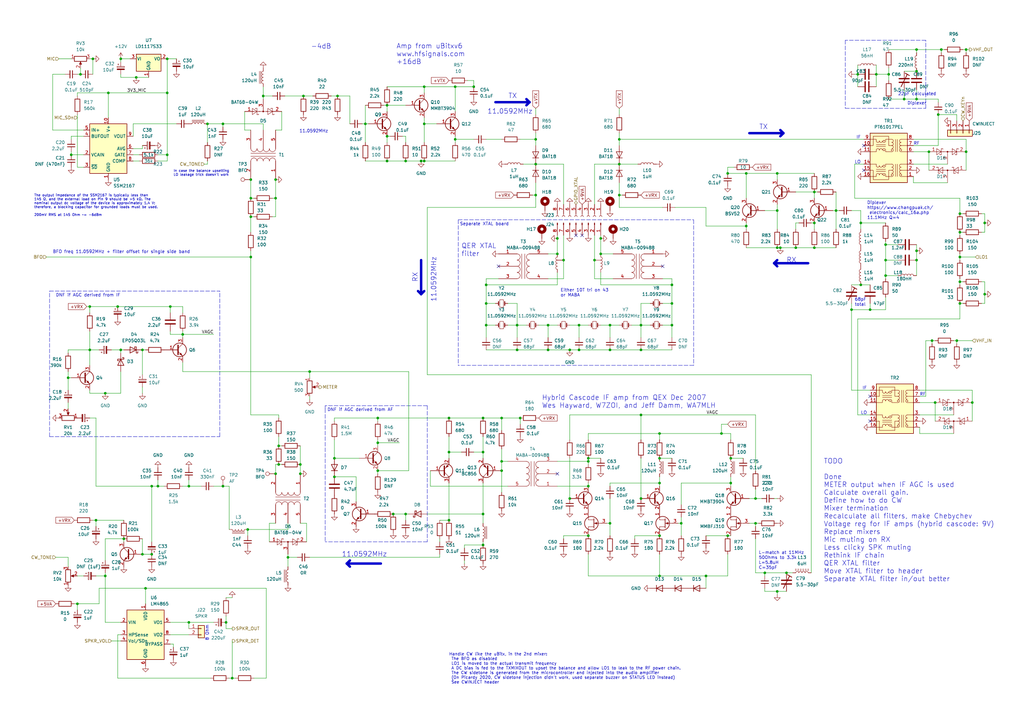
<source format=kicad_sch>
(kicad_sch (version 20211123) (generator eeschema)

  (uuid 0e592cd4-1950-44ef-9727-8e526f4c4e12)

  (paper "A3")

  (title_block
    (title "DART-70 TRX")
    (date "2023-02-02")
    (rev "0")
    (company "HB9EGM")
    (comment 1 "A 4m Band SSB/CW Transceiver")
    (comment 2 "Baseband")
  )

  

  (junction (at 68.58 24.13) (diameter 0) (color 0 0 0 0)
    (uuid 007433ed-6d80-48ba-9527-0a8470b6050a)
  )
  (junction (at 186.69 57.15) (diameter 0) (color 0 0 0 0)
    (uuid 0079a40d-5664-4eb5-a4a1-35e197c9e578)
  )
  (junction (at 172.72 66.04) (diameter 0) (color 0 0 0 0)
    (uuid 027f19f3-a3d5-4daa-a96e-c5d9a71c1df8)
  )
  (junction (at 158.75 55.88) (diameter 0) (color 0 0 0 0)
    (uuid 02d8bab6-e62a-43d8-ae0a-47eb8be52f66)
  )
  (junction (at 58.42 143.51) (diameter 0) (color 0 0 0 0)
    (uuid 059f4155-bed3-4fb2-9baa-d569f31b7e5d)
  )
  (junction (at 320.04 101.6) (diameter 0) (color 0 0 0 0)
    (uuid 076a6a07-11fa-4191-a538-035a47a6b026)
  )
  (junction (at 199.39 124.46) (diameter 0) (color 0 0 0 0)
    (uuid 08e3fbcd-b24c-43b5-a2a5-3ed606084464)
  )
  (junction (at 375.92 20.32) (diameter 0) (color 0 0 0 0)
    (uuid 0e0e432b-78ea-4677-9624-cfa175a66f05)
  )
  (junction (at 262.89 143.51) (diameter 0) (color 0 0 0 0)
    (uuid 0e565d2a-00bb-4f20-8e2e-0f824e8d2762)
  )
  (junction (at 356.87 127) (diameter 0) (color 0 0 0 0)
    (uuid 0e79f50c-6749-4775-a4f9-1113788b2e6b)
  )
  (junction (at 241.3 189.23) (diameter 0) (color 0 0 0 0)
    (uuid 0f8367d0-e4ea-40ae-8dac-4e16d60a532f)
  )
  (junction (at 298.45 71.12) (diameter 0) (color 0 0 0 0)
    (uuid 1012b60c-7995-4cf6-a029-e4cda1fc26a4)
  )
  (junction (at 39.37 213.36) (diameter 0) (color 0 0 0 0)
    (uuid 1761eacf-5516-4f80-af22-ca5c2f3d7629)
  )
  (junction (at 173.99 50.8) (diameter 0) (color 0 0 0 0)
    (uuid 17a2367e-a2ff-4b57-83ee-9ab25894ec97)
  )
  (junction (at 68.58 38.1) (diameter 0) (color 0 0 0 0)
    (uuid 18381db9-5d7f-4848-9a07-251ba865a202)
  )
  (junction (at 48.26 125.73) (diameter 0) (color 0 0 0 0)
    (uuid 1843d2c0-629c-44e7-8460-03ced60a2111)
  )
  (junction (at 334.01 101.6) (diameter 0) (color 0 0 0 0)
    (uuid 1938c685-27ac-44a9-aab4-2c6ed50b8ec7)
  )
  (junction (at 295.91 177.8) (diameter 0) (color 0 0 0 0)
    (uuid 1a164a1f-45a6-43b7-9b64-349463c23d37)
  )
  (junction (at 166.37 210.82) (diameter 0) (color 0 0 0 0)
    (uuid 1c038126-c738-4381-b698-5c33c4341ae8)
  )
  (junction (at 262.89 204.47) (diameter 0) (color 0 0 0 0)
    (uuid 1de51305-582b-4628-8092-75c3cf54eea0)
  )
  (junction (at 113.03 194.31) (diameter 0) (color 0 0 0 0)
    (uuid 1e5b8adc-bfe4-4d62-8fbb-b09ad198c5b6)
  )
  (junction (at 233.68 143.51) (diameter 0) (color 0 0 0 0)
    (uuid 210630ed-a720-499f-8ec9-3630627e1e05)
  )
  (junction (at 194.31 35.56) (diameter 0) (color 0 0 0 0)
    (uuid 222d63d3-68ff-4a04-b7c3-6efd5c4ab9e1)
  )
  (junction (at 381 62.23) (diameter 0) (color 0 0 0 0)
    (uuid 223b72c8-191b-4d26-8e73-2beb56cb0a2b)
  )
  (junction (at 298.45 219.71) (diameter 0) (color 0 0 0 0)
    (uuid 22f086a0-4e36-4832-8e1e-3bdb65f5c3f2)
  )
  (junction (at 212.09 143.51) (diameter 0) (color 0 0 0 0)
    (uuid 24fd922c-d488-4d61-b6dc-9d3e359ccc82)
  )
  (junction (at 299.72 187.96) (diameter 0) (color 0 0 0 0)
    (uuid 2583e10f-d237-4b6a-a35d-cff26f964496)
  )
  (junction (at 384.81 46.99) (diameter 0) (color 0 0 0 0)
    (uuid 2752e81c-fd78-4adc-8a3e-c2100d5bd7d7)
  )
  (junction (at 44.45 38.1) (diameter 0) (color 0 0 0 0)
    (uuid 2792ed93-89db-4e51-99ff-281323e776eb)
  )
  (junction (at 43.18 161.29) (diameter 0) (color 0 0 0 0)
    (uuid 2ac61f93-ebdb-4844-a9b1-76718596cd8a)
  )
  (junction (at 158.75 43.18) (diameter 0) (color 0 0 0 0)
    (uuid 2cd3680a-9e9d-4c97-9125-39c64a75e644)
  )
  (junction (at 270.51 198.12) (diameter 0) (color 0 0 0 0)
    (uuid 2d264e2f-7e31-4a17-86c5-13a68ab3ff7e)
  )
  (junction (at 363.22 106.68) (diameter 0) (color 0 0 0 0)
    (uuid 2fd14c3b-7e81-4330-b4b6-7d3b5d88fd5c)
  )
  (junction (at 393.7 115.57) (diameter 0) (color 0 0 0 0)
    (uuid 2fdc7923-56aa-4f0e-b559-e1b2e79c3c8f)
  )
  (junction (at 114.3 190.5) (diameter 0) (color 0 0 0 0)
    (uuid 30a877c2-a2d2-45b6-a8fa-8c4567fd5621)
  )
  (junction (at 382.27 139.7) (diameter 0) (color 0 0 0 0)
    (uuid 30dc039a-a902-4295-a2ea-7a00c6153126)
  )
  (junction (at 318.77 71.12) (diameter 0) (color 0 0 0 0)
    (uuid 315201dd-7991-408a-b65b-aa397fb29cdd)
  )
  (junction (at 38.1 24.13) (diameter 0) (color 0 0 0 0)
    (uuid 335263d3-7e35-4a9c-83c2-cd71d45f0688)
  )
  (junction (at 383.54 165.1) (diameter 0) (color 0 0 0 0)
    (uuid 3365c11b-b4a5-418d-85ee-41028926f18a)
  )
  (junction (at 351.79 30.48) (diameter 0) (color 0 0 0 0)
    (uuid 3b4c9779-bcad-4732-8142-8c3ab8d0419f)
  )
  (junction (at 173.99 35.56) (diameter 0) (color 0 0 0 0)
    (uuid 3bd6009a-f48b-4c66-92de-4d24549b4c7d)
  )
  (junction (at 161.29 210.82) (diameter 0) (color 0 0 0 0)
    (uuid 3bf0f30a-4c02-4011-9e56-5268cd9a18bc)
  )
  (junction (at 198.12 171.45) (diameter 0) (color 0 0 0 0)
    (uuid 3e9deac2-8e86-484c-b76a-a334d0715f66)
  )
  (junction (at 403.86 120.65) (diameter 0) (color 0 0 0 0)
    (uuid 3f6ba890-8616-4e68-b9d0-3d4eacc2e5c7)
  )
  (junction (at 375.92 106.68) (diameter 0) (color 0 0 0 0)
    (uuid 3fcecab3-b47b-4a8c-9fb9-b323af94bc6b)
  )
  (junction (at 173.99 66.04) (diameter 0) (color 0 0 0 0)
    (uuid 43c88063-044a-47b7-b010-f3fb76152eec)
  )
  (junction (at 375.92 102.87) (diameter 0) (color 0 0 0 0)
    (uuid 446196fa-4af3-4fe1-9348-f02489c61276)
  )
  (junction (at 199.39 133.35) (diameter 0) (color 0 0 0 0)
    (uuid 460147d8-e4b6-4910-88e9-07d1ddd6c2df)
  )
  (junction (at 219.71 57.15) (diameter 0) (color 0 0 0 0)
    (uuid 485f8372-6f58-431e-9419-bfc90ad67732)
  )
  (junction (at 364.49 30.48) (diameter 0) (color 0 0 0 0)
    (uuid 4b3ba67b-606d-4750-abb9-54a01fd7bc1a)
  )
  (junction (at 212.09 133.35) (diameter 0) (color 0 0 0 0)
    (uuid 4b982f8b-ca29-4ebf-88fc-8a50b24e0802)
  )
  (junction (at 359.41 30.48) (diameter 0) (color 0 0 0 0)
    (uuid 4bcbab50-174d-4a4b-8660-c13a99f4d953)
  )
  (junction (at 246.38 104.14) (diameter 0) (color 0 0 0 0)
    (uuid 4d4b296b-354c-4f54-8b98-a9fec52fa110)
  )
  (junction (at 375.92 29.21) (diameter 0) (color 0 0 0 0)
    (uuid 4dbafe87-53e2-4b1b-b9d1-f029995a0c51)
  )
  (junction (at 91.44 50.8) (diameter 0) (color 0 0 0 0)
    (uuid 4f100da6-d6f9-4b77-90f1-fda986c2ed73)
  )
  (junction (at 113.03 81.28) (diameter 0) (color 0 0 0 0)
    (uuid 4f661a6f-98d8-4461-9401-113364b1e3a8)
  )
  (junction (at 184.15 213.36) (diameter 0) (color 0 0 0 0)
    (uuid 510aabe6-d19e-45d2-9ee4-74f6d2e6df89)
  )
  (junction (at 393.7 87.63) (diameter 0) (color 0 0 0 0)
    (uuid 56e3e10b-0165-4e27-9816-f40b5bb7e426)
  )
  (junction (at 275.59 133.35) (diameter 0) (color 0 0 0 0)
    (uuid 5c4341e3-29f4-4014-ad6b-9b4cb50156a6)
  )
  (junction (at 246.38 97.79) (diameter 0) (color 0 0 0 0)
    (uuid 5d58706a-c013-405c-9112-847886006796)
  )
  (junction (at 262.89 133.35) (diameter 0) (color 0 0 0 0)
    (uuid 5dbda758-e74b-4ccf-ad68-495d537d68ba)
  )
  (junction (at 275.59 124.46) (diameter 0) (color 0 0 0 0)
    (uuid 5fc44bfc-3a32-42f5-89ff-303d655beeb1)
  )
  (junction (at 198.12 223.52) (diameter 0) (color 0 0 0 0)
    (uuid 611c0051-64b3-4ff6-b51a-6ea814324060)
  )
  (junction (at 69.85 125.73) (diameter 0) (color 0 0 0 0)
    (uuid 62ed984b-c070-4de1-bd86-30aeb09fb9cd)
  )
  (junction (at 326.39 101.6) (diameter 0) (color 0 0 0 0)
    (uuid 6333a58f-0905-40bf-8806-a9405483f292)
  )
  (junction (at 138.43 39.37) (diameter 0) (color 0 0 0 0)
    (uuid 67d87795-1d4f-4f21-9afa-f7da30e8b867)
  )
  (junction (at 342.9 86.36) (diameter 0) (color 0 0 0 0)
    (uuid 6bdd7ca9-a767-4e33-bf37-498b319fce63)
  )
  (junction (at 102.87 88.9) (diameter 0) (color 0 0 0 0)
    (uuid 6e61ed05-4ce2-4d6e-b300-e8935e213361)
  )
  (junction (at 62.23 227.33) (diameter 0) (color 0 0 0 0)
    (uuid 707b1436-6255-4e74-ac3c-e365f258d4c7)
  )
  (junction (at 270.51 236.22) (diameter 0) (color 0 0 0 0)
    (uuid 711716b4-cb3c-40a8-915f-7a9cd1c1a345)
  )
  (junction (at 306.07 92.71) (diameter 0) (color 0 0 0 0)
    (uuid 71548298-edf3-48ed-bda9-4f920bb3ffda)
  )
  (junction (at 334.01 91.44) (diameter 0) (color 0 0 0 0)
    (uuid 7203aae8-7ab5-4754-be1f-92fd79bf7883)
  )
  (junction (at 228.6 104.14) (diameter 0) (color 0 0 0 0)
    (uuid 7292e3c7-8290-4fad-a17c-92a17c78ac6c)
  )
  (junction (at 127 152.4) (diameter 0) (color 0 0 0 0)
    (uuid 76f10a7e-8bc4-4240-8e23-1f6453db5228)
  )
  (junction (at 254 57.15) (diameter 0) (color 0 0 0 0)
    (uuid 782fd8fa-9fb0-44b6-bdfd-23367a676327)
  )
  (junction (at 299.72 198.12) (diameter 0) (color 0 0 0 0)
    (uuid 79aa4561-3272-488a-aacc-d24a783bf3fa)
  )
  (junction (at 393.7 105.41) (diameter 0) (color 0 0 0 0)
    (uuid 88658da7-484b-4fb1-bd87-cf0fe9fbbc98)
  )
  (junction (at 318.77 86.36) (diameter 0) (color 0 0 0 0)
    (uuid 897a30bd-82ab-4191-9e1c-88c95eb420c0)
  )
  (junction (at 205.74 171.45) (diameter 0) (color 0 0 0 0)
    (uuid 89924c9d-894c-4783-bb98-91fe4fffc426)
  )
  (junction (at 363.22 100.33) (diameter 0) (color 0 0 0 0)
    (uuid 89a0992d-b4b4-4a98-9018-0c3e3ac7c4ed)
  )
  (junction (at 403.86 91.44) (diameter 0) (color 0 0 0 0)
    (uuid 8a030abd-885a-4b15-b74a-b44dc2b6c7d7)
  )
  (junction (at 334.01 78.74) (diameter 0) (color 0 0 0 0)
    (uuid 8cad30c6-cd21-4b04-8aa8-5dfd9876668a)
  )
  (junction (at 370.84 40.64) (diameter 0) (color 0 0 0 0)
    (uuid 8d45f61e-b48a-4d9a-9705-81179d1cee29)
  )
  (junction (at 92.71 255.27) (diameter 0) (color 0 0 0 0)
    (uuid 8d612602-5cc8-45dd-a943-2a29be4b9ede)
  )
  (junction (at 102.87 81.28) (diameter 0) (color 0 0 0 0)
    (uuid 8edc9989-feda-4190-96e8-8ba0ca953891)
  )
  (junction (at 43.18 236.22) (diameter 0) (color 0 0 0 0)
    (uuid 8f57152a-781e-4e8e-b36c-e81f9a864e3b)
  )
  (junction (at 49.53 24.13) (diameter 0) (color 0 0 0 0)
    (uuid 8fd35ceb-d608-4169-ae56-e892681304a9)
  )
  (junction (at 250.19 214.63) (diameter 0) (color 0 0 0 0)
    (uuid 91049a94-ccf8-463e-ab05-8a76a56be653)
  )
  (junction (at 309.88 214.63) (diameter 0) (color 0 0 0 0)
    (uuid 9134413a-edf3-40ce-9ec2-93a536746842)
  )
  (junction (at 318.77 242.57) (diameter 0) (color 0 0 0 0)
    (uuid 92b5166e-7b6a-4c31-94b5-b9d3f56f30b6)
  )
  (junction (at 205.74 189.23) (diameter 0) (color 0 0 0 0)
    (uuid 94a7e072-a853-4895-a974-0e863ac9edc2)
  )
  (junction (at 113.03 73.66) (diameter 0) (color 0 0 0 0)
    (uuid 9501ad82-8c5c-4bd6-a4e5-d738b7099508)
  )
  (junction (at 224.79 133.35) (diameter 0) (color 0 0 0 0)
    (uuid 9666bb6a-0c1d-4c92-be6d-94a465ec5c51)
  )
  (junction (at 64.77 199.39) (diameter 0) (color 0 0 0 0)
    (uuid 97e09b83-0572-4634-8ce7-0a86f1339fd8)
  )
  (junction (at 107.95 39.37) (diameter 0) (color 0 0 0 0)
    (uuid 983034d1-18ea-4dac-8753-9630cc5e0592)
  )
  (junction (at 386.08 20.32) (diameter 0) (color 0 0 0 0)
    (uuid 9873db56-1f37-4fe2-98ad-60e4c87af40c)
  )
  (junction (at 275.59 116.84) (diameter 0) (color 0 0 0 0)
    (uuid 9918dbb5-067b-4f72-a60f-e99dd790b7bf)
  )
  (junction (at 270.51 177.8) (diameter 0) (color 0 0 0 0)
    (uuid 994aaeb0-a945-4297-8f22-64b15ec2470b)
  )
  (junction (at 254 80.01) (diameter 0) (color 0 0 0 0)
    (uuid 99c68e22-79ac-4df3-82ed-69d5274feb54)
  )
  (junction (at 363.22 113.03) (diameter 0) (color 0 0 0 0)
    (uuid 9a438e91-12f1-4003-9587-51635f0ae695)
  )
  (junction (at 219.71 80.01) (diameter 0) (color 0 0 0 0)
    (uuid 9cae7022-94ae-4784-b773-30ffde5822a7)
  )
  (junction (at 102.87 73.66) (diameter 0) (color 0 0 0 0)
    (uuid 9d0f1857-3b05-4e01-b461-94289f64ce4a)
  )
  (junction (at 123.19 194.31) (diameter 0) (color 0 0 0 0)
    (uuid 9d1032f1-04b7-4a45-a406-c5f306a5a4a3)
  )
  (junction (at 154.94 193.04) (diameter 0) (color 0 0 0 0)
    (uuid a31e2cb7-a272-450b-beca-1b3c3565662d)
  )
  (junction (at 393.7 95.25) (diameter 0) (color 0 0 0 0)
    (uuid a4615cb6-40e1-4e6b-aa44-484a7357f4a4)
  )
  (junction (at 198.12 185.42) (diameter 0) (color 0 0 0 0)
    (uuid a4ec02e9-e140-4dcc-958f-47f7624526cb)
  )
  (junction (at 36.83 125.73) (diameter 0) (color 0 0 0 0)
    (uuid a65cad0c-0ef1-4ea5-a965-4eae7ac1f6af)
  )
  (junction (at 231.14 106.68) (diameter 0) (color 0 0 0 0)
    (uuid a662cdd6-a57e-4364-b8b3-c025c426c5be)
  )
  (junction (at 31.75 247.65) (diameter 0) (color 0 0 0 0)
    (uuid a69f72c8-ce0f-4293-bf44-c6832495c836)
  )
  (junction (at 77.47 199.39) (diameter 0) (color 0 0 0 0)
    (uuid a7cad282-51c3-4f24-be5e-311c2c5e959b)
  )
  (junction (at 137.16 195.58) (diameter 0) (color 0 0 0 0)
    (uuid a8675aa5-24f4-4a65-9564-259800e24a61)
  )
  (junction (at 228.6 97.79) (diameter 0) (color 0 0 0 0)
    (uuid aa537d78-628c-458e-8a08-c2dae82aca82)
  )
  (junction (at 318.77 101.6) (diameter 0) (color 0 0 0 0)
    (uuid aad5fe2f-2964-4c2f-90b5-8ec10e02fb70)
  )
  (junction (at 158.75 66.04) (diameter 0) (color 0 0 0 0)
    (uuid ab5a5163-9113-4726-bc7a-7e25f5bcb137)
  )
  (junction (at 27.94 154.94) (diameter 0) (color 0 0 0 0)
    (uuid ac0e5582-f44c-4bc2-8ae7-2c3f1115fb00)
  )
  (junction (at 33.02 30.48) (diameter 0) (color 0 0 0 0)
    (uuid ad2d033c-4040-4813-b5da-82cf827f9d86)
  )
  (junction (at 237.49 133.35) (diameter 0) (color 0 0 0 0)
    (uuid ad485fa9-ca4c-467a-b6d9-302ae2ec4eaa)
  )
  (junction (at 91.44 199.39) (diameter 0) (color 0 0 0 0)
    (uuid ae4c18cc-90ed-4d31-b27a-ee22bf49a14e)
  )
  (junction (at 237.49 143.51) (diameter 0) (color 0 0 0 0)
    (uuid aed41e50-066a-4d5d-9b35-33c86a58f817)
  )
  (junction (at 309.88 204.47) (diameter 0) (color 0 0 0 0)
    (uuid b046cbfe-7bd9-4ac8-9c60-a84b90a07076)
  )
  (junction (at 198.12 210.82) (diameter 0) (color 0 0 0 0)
    (uuid b0bd599f-5320-4de4-9844-b1248597f45d)
  )
  (junction (at 59.69 241.3) (diameter 0) (color 0 0 0 0)
    (uuid b2c93e47-1b35-4bce-b217-c95c59af9fea)
  )
  (junction (at 102.87 105.41) (diameter 0) (color 0 0 0 0)
    (uuid b2fc5a98-a9c8-4ffb-bf05-9a95788a6f6e)
  )
  (junction (at 199.39 116.84) (diameter 0) (color 0 0 0 0)
    (uuid b3ba518e-938d-434b-8f72-5ecf3fd42313)
  )
  (junction (at 154.94 181.61) (diameter 0) (color 0 0 0 0)
    (uuid b52e2ac1-1ad4-4299-a3b7-5950aeda9b09)
  )
  (junction (at 219.71 67.31) (diameter 0) (color 0 0 0 0)
    (uuid b55942a4-2e67-4c91-a2e2-17d287af1b39)
  )
  (junction (at 58.42 227.33) (diameter 0) (color 0 0 0 0)
    (uuid b67c5032-3958-4f67-8cff-2bc749aa2559)
  )
  (junction (at 68.58 63.5) (diameter 0) (color 0 0 0 0)
    (uuid b6a3e709-356a-4a55-ac00-07ba73afac37)
  )
  (junction (at 313.69 234.95) (diameter 0) (color 0 0 0 0)
    (uuid b7b0b83f-2dad-41a6-8e3b-dd0617021680)
  )
  (junction (at 233.68 204.47) (diameter 0) (color 0 0 0 0)
    (uuid bb8fc86a-138e-468d-a6f3-4d425bea2798)
  )
  (junction (at 241.3 199.39) (diameter 0) (color 0 0 0 0)
    (uuid bcb7b50e-e30b-4748-9ad3-15fd19268fd8)
  )
  (junction (at 270.51 187.96) (diameter 0) (color 0 0 0 0)
    (uuid bdd38f4a-d1f5-49ea-86a0-7074369f7406)
  )
  (junction (at 101.6 217.17) (diameter 0) (color 0 0 0 0)
    (uuid bf1cf86a-4cef-455a-b67c-093dbb9970e5)
  )
  (junction (at 95.25 278.13) (diameter 0) (color 0 0 0 0)
    (uuid bff74fb8-2e53-4140-9d30-8bb9b336dda4)
  )
  (junction (at 50.8 220.98) (diameter 0) (color 0 0 0 0)
    (uuid c07980be-125c-4459-be81-f2b8371f5ae2)
  )
  (junction (at 205.74 193.04) (diameter 0) (color 0 0 0 0)
    (uuid c41a688f-80a3-4252-bb37-134631846db3)
  )
  (junction (at 250.19 143.51) (diameter 0) (color 0 0 0 0)
    (uuid c8816f2b-d043-4f02-8988-815e5e7435ee)
  )
  (junction (at 118.11 228.6) (diameter 0) (color 0 0 0 0)
    (uuid c8c4fbfe-4e9c-445d-882a-7f1bac80adc8)
  )
  (junction (at 250.19 133.35) (diameter 0) (color 0 0 0 0)
    (uuid ca2ddb3d-eff7-4148-ac57-d5c14ba8be31)
  )
  (junction (at 55.88 31.75) (diameter 0) (color 0 0 0 0)
    (uuid ca3e4813-ee52-41fc-be54-f33d5d572e76)
  )
  (junction (at 393.7 124.46) (diameter 0) (color 0 0 0 0)
    (uuid ca5a4e59-a0d9-41f3-a4f9-8e9003dc636c)
  )
  (junction (at 241.3 187.96) (diameter 0) (color 0 0 0 0)
    (uuid cf4a7a0f-4b62-4a14-8810-1f9be9bb8bca)
  )
  (junction (at 375.92 40.64) (diameter 0) (color 0 0 0 0)
    (uuid cfd26f0b-c959-40e8-8a7e-48204bb5c64f)
  )
  (junction (at 224.79 143.51) (diameter 0) (color 0 0 0 0)
    (uuid d3e01bdf-5c14-407f-80a1-1d934fc04fab)
  )
  (junction (at 149.86 50.8) (diameter 0) (color 0 0 0 0)
    (uuid d46cfddd-ae59-45a8-a05e-501b77d91351)
  )
  (junction (at 124.46 39.37) (diameter 0) (color 0 0 0 0)
    (uuid d47b6e93-2883-4b61-9107-b49e482eb126)
  )
  (junction (at 270.51 219.71) (diameter 0) (color 0 0 0 0)
    (uuid d5fa5081-044e-4305-8f5d-d2a56bf86d29)
  )
  (junction (at 77.47 255.27) (diameter 0) (color 0 0 0 0)
    (uuid d6fda246-3399-48cd-8a06-99bbdf8c75e4)
  )
  (junction (at 241.3 219.71) (diameter 0) (color 0 0 0 0)
    (uuid d703d54e-2823-4563-98c8-59d8b8b54fec)
  )
  (junction (at 166.37 66.04) (diameter 0) (color 0 0 0 0)
    (uuid d774c163-0e71-4e59-99e8-33a6c910c00d)
  )
  (junction (at 62.23 199.39) (diameter 0) (color 0 0 0 0)
    (uuid d7d4c350-2318-4a09-b921-0a78963f6666)
  )
  (junction (at 254 67.31) (diameter 0) (color 0 0 0 0)
    (uuid d964cb21-9482-4b14-9981-964030a476a5)
  )
  (junction (at 396.24 62.23) (diameter 0) (color 0 0 0 0)
    (uuid daa9b5c5-21a2-4482-b81a-69bb9f749fb7)
  )
  (junction (at 186.69 35.56) (diameter 0) (color 0 0 0 0)
    (uuid dcdfeb28-863e-4a43-ad64-f6e45863b4d7)
  )
  (junction (at 213.36 171.45) (diameter 0) (color 0 0 0 0)
    (uuid ddaaa428-40ee-45ee-a789-6961e25a11bb)
  )
  (junction (at 392.43 139.7) (diameter 0) (color 0 0 0 0)
    (uuid de1eb50d-ef90-4d0d-a112-fc865a422b99)
  )
  (junction (at 289.56 236.22) (diameter 0) (color 0 0 0 0)
    (uuid df231e82-dc0c-49c1-a01b-d2be84591ff3)
  )
  (junction (at 322.58 234.95) (diameter 0) (color 0 0 0 0)
    (uuid e15f6002-d342-413a-a773-225c5f4cfb04)
  )
  (junction (at 396.24 20.32) (diameter 0) (color 0 0 0 0)
    (uuid e2d27bd1-d4c5-4321-a13b-160cb2d6015d)
  )
  (junction (at 49.53 143.51) (diameter 0) (color 0 0 0 0)
    (uuid e3903eeb-8b72-4b40-a088-cbbba270c01b)
  )
  (junction (at 184.15 171.45) (diameter 0) (color 0 0 0 0)
    (uuid e68e2295-e5ad-41e7-931d-7bf2c40e2981)
  )
  (junction (at 279.4 214.63) (diameter 0) (color 0 0 0 0)
    (uuid e736b041-4756-4726-980f-1b93cf00a2ad)
  )
  (junction (at 243.84 106.68) (diameter 0) (color 0 0 0 0)
    (uuid e7eee956-d2ad-4d33-9823-9759f9a8aab1)
  )
  (junction (at 74.93 137.16) (diameter 0) (color 0 0 0 0)
    (uuid e8558fbd-ea42-43a6-966a-7bd304bdfaad)
  )
  (junction (at 353.06 91.44) (diameter 0) (color 0 0 0 0)
    (uuid e8822f44-e7ca-47f3-a9bc-951244c889e7)
  )
  (junction (at 36.83 143.51) (diameter 0) (color 0 0 0 0)
    (uuid eac540a2-0555-4530-b9cb-9b037a65c0a7)
  )
  (junction (at 114.3 182.88) (diameter 0) (color 0 0 0 0)
    (uuid eb3c65f0-3082-4c13-98c1-cac8dc7eccac)
  )
  (junction (at 137.16 187.96) (diameter 0) (color 0 0 0 0)
    (uuid ecba702e-9fb5-4bd7-9b08-5197492ec54b)
  )
  (junction (at 349.25 127) (diameter 0) (color 0 0 0 0)
    (uuid ef4c798c-4721-49f1-8016-e362a6672715)
  )
  (junction (at 398.78 165.1) (diameter 0) (color 0 0 0 0)
    (uuid efac21da-3f93-4ae4-bab8-dbdec293c35e)
  )
  (junction (at 306.07 71.12) (diameter 0) (color 0 0 0 0)
    (uuid f02e930f-fe1a-4921-a9df-ee330f41d2bd)
  )
  (junction (at 154.94 171.45) (diameter 0) (color 0 0 0 0)
    (uuid f1a9e2a2-6347-4852-b335-cf8402c433a4)
  )
  (junction (at 353.06 116.84) (diameter 0) (color 0 0 0 0)
    (uuid f22dadd7-4a1b-4449-b981-cbbeced9fbc5)
  )
  (junction (at 85.09 50.8) (diameter 0) (color 0 0 0 0)
    (uuid f9362574-7797-4e6e-9765-e515232ee831)
  )
  (junction (at 184.15 185.42) (diameter 0) (color 0 0 0 0)
    (uuid fb5d1a59-18d1-49ea-b504-10e76cce8897)
  )
  (junction (at 123.19 190.5) (diameter 0) (color 0 0 0 0)
    (uuid fbe71f6a-7e5a-41f1-9e6e-b2e94d49a3bc)
  )
  (junction (at 29.21 63.5) (diameter 0) (color 0 0 0 0)
    (uuid fe2b05f5-675b-44d0-956c-c5829b7c692a)
  )
  (junction (at 262.89 170.18) (diameter 0) (color 0 0 0 0)
    (uuid fe2ce942-d4c5-4b3f-a09e-cda9276450f6)
  )

  (no_connect (at 356.87 172.72) (uuid 112718f1-f222-4c50-a4f0-a42dabd066b7))
  (no_connect (at 236.22 96.52) (uuid 2b99a1e6-5f67-436f-9ed5-38e8bfd4c142))
  (no_connect (at 354.33 69.85) (uuid 36cd8509-4b06-4001-aa2f-00b548cb4477))
  (no_connect (at 204.47 109.22) (uuid 4866aeb4-d287-46eb-8d15-c55d9c708490))
  (no_connect (at 354.33 59.69) (uuid 6226f2ac-b9bf-4733-a388-cd49aa6934ae))
  (no_connect (at 356.87 162.56) (uuid 69a2fbd1-0689-4722-b099-d7d4b3a2c805))
  (no_connect (at 271.78 109.22) (uuid 8a4c8ee9-530e-4698-8694-1dcab411e819))
  (no_connect (at 228.6 194.31) (uuid afdb3662-3196-4d9d-b0e8-7f416bb5cd4f))
  (no_connect (at 238.76 96.52) (uuid ee08a6c2-528a-478b-9089-08fe9a37ec7e))

  (wire (pts (xy 403.86 87.63) (xy 403.86 91.44))
    (stroke (width 0) (type default) (color 0 0 0 0))
    (uuid 006436ec-9ab2-4589-83be-4667e52db3bf)
  )
  (wire (pts (xy 205.74 171.45) (xy 205.74 176.53))
    (stroke (width 0) (type default) (color 0 0 0 0))
    (uuid 00c27d59-c437-4bee-9cde-cbd48a34e31b)
  )
  (wire (pts (xy 318.77 83.82) (xy 318.77 86.36))
    (stroke (width 0) (type default) (color 0 0 0 0))
    (uuid 00cf6024-5820-4cff-8981-5be2b438caf3)
  )
  (wire (pts (xy 87.63 199.39) (xy 91.44 199.39))
    (stroke (width 0) (type default) (color 0 0 0 0))
    (uuid 0113fe75-9787-49bd-865f-03242ce2a366)
  )
  (wire (pts (xy 219.71 57.15) (xy 219.71 54.61))
    (stroke (width 0) (type default) (color 0 0 0 0))
    (uuid 0125f083-fa2b-4a11-85be-7853b609b001)
  )
  (wire (pts (xy 359.41 30.48) (xy 359.41 35.56))
    (stroke (width 0) (type default) (color 0 0 0 0))
    (uuid 01c67c04-8ed4-481b-b382-ac69e0a55001)
  )
  (wire (pts (xy 68.58 66.04) (xy 64.77 66.04))
    (stroke (width 0) (type default) (color 0 0 0 0))
    (uuid 01caafb3-af8a-4642-870c-c290b286d040)
  )
  (wire (pts (xy 219.71 74.93) (xy 219.71 80.01))
    (stroke (width 0) (type default) (color 0 0 0 0))
    (uuid 01cceb30-c85f-4510-b324-8d17341fc730)
  )
  (wire (pts (xy 166.37 43.18) (xy 158.75 43.18))
    (stroke (width 0) (type default) (color 0 0 0 0))
    (uuid 01f0181c-303d-46c7-ba34-20eee1c48cd1)
  )
  (wire (pts (xy 173.99 50.8) (xy 179.07 50.8))
    (stroke (width 0) (type default) (color 0 0 0 0))
    (uuid 0222c276-ce98-44cf-9ac7-d0d00163570d)
  )
  (wire (pts (xy 190.5 231.14) (xy 190.5 229.87))
    (stroke (width 0) (type default) (color 0 0 0 0))
    (uuid 027fc545-8a42-4646-8424-467711418116)
  )
  (wire (pts (xy 114.3 170.18) (xy 114.3 171.45))
    (stroke (width 0) (type default) (color 0 0 0 0))
    (uuid 0332aa97-cadc-4e7a-b8af-ca59e255597d)
  )
  (wire (pts (xy 173.99 66.04) (xy 186.69 66.04))
    (stroke (width 0) (type default) (color 0 0 0 0))
    (uuid 035d062f-f875-4853-8ca1-a348c3967bb1)
  )
  (wire (pts (xy 113.03 214.63) (xy 110.49 214.63))
    (stroke (width 0) (type default) (color 0 0 0 0))
    (uuid 03b7756f-0559-43eb-b24d-3aefa5a15899)
  )
  (wire (pts (xy 394.97 20.32) (xy 396.24 20.32))
    (stroke (width 0) (type default) (color 0 0 0 0))
    (uuid 03ce6745-00b2-4d2b-bad7-eb9745172859)
  )
  (wire (pts (xy 166.37 210.82) (xy 161.29 210.82))
    (stroke (width 0) (type default) (color 0 0 0 0))
    (uuid 03dd13e2-d89f-47ed-8a2f-ce75e7a97ef3)
  )
  (wire (pts (xy 262.89 133.35) (xy 266.7 133.35))
    (stroke (width 0) (type default) (color 0 0 0 0))
    (uuid 042fe62b-53aa-4e86-97d0-9ccb1e16a895)
  )
  (wire (pts (xy 379.73 139.7) (xy 382.27 139.7))
    (stroke (width 0) (type default) (color 0 0 0 0))
    (uuid 0437af13-5b81-4e18-82d5-0ec28c5d895f)
  )
  (wire (pts (xy 374.65 74.93) (xy 374.65 72.39))
    (stroke (width 0) (type default) (color 0 0 0 0))
    (uuid 047a18ce-9e77-4d7d-a9ce-60b21f671177)
  )
  (wire (pts (xy 31.75 68.58) (xy 34.29 68.58))
    (stroke (width 0) (type default) (color 0 0 0 0))
    (uuid 04868f85-bc69-4fa9-8e62-d78ffe5ae58e)
  )
  (wire (pts (xy 396.24 20.32) (xy 397.51 20.32))
    (stroke (width 0) (type default) (color 0 0 0 0))
    (uuid 04ef368b-f4e9-48da-956c-ee93cb3d01e8)
  )
  (wire (pts (xy 363.22 106.68) (xy 363.22 113.03))
    (stroke (width 0) (type default) (color 0 0 0 0))
    (uuid 05ddadd4-94df-4d6a-b500-ff320675ba33)
  )
  (wire (pts (xy 241.3 227.33) (xy 241.3 236.22))
    (stroke (width 0) (type default) (color 0 0 0 0))
    (uuid 066671d9-1fdf-4a05-a7e7-cadb7d44b89f)
  )
  (wire (pts (xy 356.87 124.46) (xy 356.87 127))
    (stroke (width 0) (type default) (color 0 0 0 0))
    (uuid 06fedb5b-65dd-4aa0-9e2d-b04e5a505f26)
  )
  (wire (pts (xy 208.28 124.46) (xy 212.09 124.46))
    (stroke (width 0) (type default) (color 0 0 0 0))
    (uuid 082d865b-0a4e-49c3-b18b-be47fd4a465a)
  )
  (wire (pts (xy 382.27 139.7) (xy 383.54 139.7))
    (stroke (width 0) (type default) (color 0 0 0 0))
    (uuid 0830aef1-c986-42f8-ba6a-a3fcacbf0210)
  )
  (wire (pts (xy 309.88 234.95) (xy 309.88 220.98))
    (stroke (width 0) (type default) (color 0 0 0 0))
    (uuid 08c8f1b4-737d-438b-967e-a77cce3833c0)
  )
  (wire (pts (xy 58.42 143.51) (xy 58.42 153.67))
    (stroke (width 0) (type default) (color 0 0 0 0))
    (uuid 09321bf4-1ea1-49b5-b1f9-ac29d6606a74)
  )
  (wire (pts (xy 173.99 35.56) (xy 186.69 35.56))
    (stroke (width 0) (type default) (color 0 0 0 0))
    (uuid 0943dfff-08fd-4176-a97a-8e271f47b148)
  )
  (wire (pts (xy 393.7 105.41) (xy 393.7 104.14))
    (stroke (width 0) (type default) (color 0 0 0 0))
    (uuid 09aa0d32-f4dc-42fd-a756-e1229737bd34)
  )
  (wire (pts (xy 289.56 236.22) (xy 289.56 241.3))
    (stroke (width 0) (type default) (color 0 0 0 0))
    (uuid 0a0c053c-54e0-4f14-b909-036d0c5fbf08)
  )
  (wire (pts (xy 158.75 43.18) (xy 158.75 45.72))
    (stroke (width 0) (type default) (color 0 0 0 0))
    (uuid 0a80373e-7854-41a7-8441-30fd81967887)
  )
  (wire (pts (xy 254 74.93) (xy 254 80.01))
    (stroke (width 0) (type default) (color 0 0 0 0))
    (uuid 0a9f993d-d83a-4cdc-bae3-0f40dd545220)
  )
  (wire (pts (xy 279.4 198.12) (xy 299.72 198.12))
    (stroke (width 0) (type default) (color 0 0 0 0))
    (uuid 0b5e9f79-a50b-4078-b2be-eff1d45ab7fc)
  )
  (wire (pts (xy 219.71 80.01) (xy 219.71 85.09))
    (stroke (width 0) (type default) (color 0 0 0 0))
    (uuid 0c3bb475-57a3-4465-801b-1823c9a733cc)
  )
  (wire (pts (xy 309.88 234.95) (xy 313.69 234.95))
    (stroke (width 0) (type default) (color 0 0 0 0))
    (uuid 0dc79dd3-c584-4173-b914-e6a8bcd18e45)
  )
  (wire (pts (xy 36.83 135.89) (xy 36.83 143.51))
    (stroke (width 0) (type default) (color 0 0 0 0))
    (uuid 0e1c6bbc-4cc4-4ce9-b48a-8292bb286da8)
  )
  (wire (pts (xy 246.38 97.79) (xy 246.38 96.52))
    (stroke (width 0) (type default) (color 0 0 0 0))
    (uuid 0f4b5c7f-79aa-4c46-b222-58e7e288b195)
  )
  (wire (pts (xy 33.02 27.94) (xy 33.02 30.48))
    (stroke (width 0) (type default) (color 0 0 0 0))
    (uuid 100847e3-630c-4c13-ba45-180e92370805)
  )
  (wire (pts (xy 318.77 71.12) (xy 318.77 73.66))
    (stroke (width 0) (type default) (color 0 0 0 0))
    (uuid 10ef0d40-b427-4fac-bff7-e8ca2d279fd2)
  )
  (wire (pts (xy 166.37 66.04) (xy 172.72 66.04))
    (stroke (width 0) (type default) (color 0 0 0 0))
    (uuid 11ac1ac8-72b6-43ed-915e-50f87561daf8)
  )
  (wire (pts (xy 107.95 50.8) (xy 91.44 50.8))
    (stroke (width 0) (type default) (color 0 0 0 0))
    (uuid 12340fb8-cd9c-4069-beec-13d4d2ea0d99)
  )
  (polyline (pts (xy 307.34 54.61) (xy 321.31 54.61))
    (stroke (width 1) (type solid) (color 0 0 0 0))
    (uuid 1281d63b-9c8c-4454-9b2d-0bbbc27e2ae7)
  )

  (wire (pts (xy 44.45 38.1) (xy 68.58 38.1))
    (stroke (width 0) (type default) (color 0 0 0 0))
    (uuid 12e17856-cd8c-41a8-bb2e-9faca10b0973)
  )
  (wire (pts (xy 393.7 130.81) (xy 351.79 130.81))
    (stroke (width 0) (type default) (color 0 0 0 0))
    (uuid 15352954-5a6d-4167-94e3-a8475b279783)
  )
  (wire (pts (xy 43.18 234.95) (xy 43.18 236.22))
    (stroke (width 0) (type default) (color 0 0 0 0))
    (uuid 15e1025c-faeb-49ff-aaa3-6ba9acaabd98)
  )
  (wire (pts (xy 137.16 172.72) (xy 137.16 171.45))
    (stroke (width 0) (type default) (color 0 0 0 0))
    (uuid 1606d99f-0508-4f2e-b63b-47e62c4312ee)
  )
  (wire (pts (xy 386.08 21.59) (xy 386.08 20.32))
    (stroke (width 0) (type default) (color 0 0 0 0))
    (uuid 16070e3c-2cc9-4d09-bef3-8ceccb63947e)
  )
  (wire (pts (xy 36.83 125.73) (xy 36.83 128.27))
    (stroke (width 0) (type default) (color 0 0 0 0))
    (uuid 16aa2316-1a67-45e5-b6c4-e59dd85814f4)
  )
  (wire (pts (xy 334.01 71.12) (xy 318.77 71.12))
    (stroke (width 0) (type default) (color 0 0 0 0))
    (uuid 16b8184d-4364-4664-b33c-1e355c0b0e6c)
  )
  (wire (pts (xy 298.45 68.58) (xy 298.45 71.12))
    (stroke (width 0) (type default) (color 0 0 0 0))
    (uuid 171c47c2-e63c-45a5-b02c-078b78214786)
  )
  (wire (pts (xy 115.57 182.88) (xy 114.3 182.88))
    (stroke (width 0) (type default) (color 0 0 0 0))
    (uuid 17c93850-5ebd-4f0d-b8eb-52bf14b01af4)
  )
  (wire (pts (xy 186.69 35.56) (xy 194.31 35.56))
    (stroke (width 0) (type default) (color 0 0 0 0))
    (uuid 18723066-b973-43bf-8bbf-4c210121a928)
  )
  (wire (pts (xy 334.01 78.74) (xy 334.01 81.28))
    (stroke (width 0) (type default) (color 0 0 0 0))
    (uuid 189610aa-2967-4418-8b8b-b36bdf6bc60b)
  )
  (wire (pts (xy 375.92 100.33) (xy 375.92 102.87))
    (stroke (width 0) (type default) (color 0 0 0 0))
    (uuid 19028db1-670b-4d84-9d20-5aa2f8585dd7)
  )
  (wire (pts (xy 342.9 101.6) (xy 334.01 101.6))
    (stroke (width 0) (type default) (color 0 0 0 0))
    (uuid 1966977a-39df-4890-91de-0e8ae767b0a0)
  )
  (wire (pts (xy 186.69 57.15) (xy 194.31 57.15))
    (stroke (width 0) (type default) (color 0 0 0 0))
    (uuid 19a56892-f9d5-4508-ab75-59721c555275)
  )
  (wire (pts (xy 313.69 242.57) (xy 313.69 241.3))
    (stroke (width 0) (type default) (color 0 0 0 0))
    (uuid 1a255025-6cad-4a3e-8763-c9c3ba585d53)
  )
  (wire (pts (xy 326.39 101.6) (xy 320.04 101.6))
    (stroke (width 0) (type default) (color 0 0 0 0))
    (uuid 1a86e987-6d08-4b7a-b2e3-f89b9863e895)
  )
  (wire (pts (xy 146.05 195.58) (xy 146.05 205.74))
    (stroke (width 0) (type default) (color 0 0 0 0))
    (uuid 1a9613ab-fb34-4a02-8365-aadaa421dfaf)
  )
  (wire (pts (xy 27.94 143.51) (xy 36.83 143.51))
    (stroke (width 0) (type default) (color 0 0 0 0))
    (uuid 1a9f0d73-6986-450b-8da5-dca8d718cd0d)
  )
  (wire (pts (xy 375.92 20.32) (xy 386.08 20.32))
    (stroke (width 0) (type default) (color 0 0 0 0))
    (uuid 1b89864d-e042-4259-99ab-c96136a33a11)
  )
  (wire (pts (xy 350.52 67.31) (xy 350.52 81.28))
    (stroke (width 0) (type default) (color 0 0 0 0))
    (uuid 1c0378fb-8fa4-4942-8a64-86b9252ef636)
  )
  (wire (pts (xy 262.89 143.51) (xy 275.59 143.51))
    (stroke (width 0) (type default) (color 0 0 0 0))
    (uuid 1d8cbdb8-b0d5-4f06-84c8-05770b7e9555)
  )
  (wire (pts (xy 219.71 59.69) (xy 219.71 57.15))
    (stroke (width 0) (type default) (color 0 0 0 0))
    (uuid 1dbe419a-f71e-4ab5-9a49-e58e75747fdf)
  )
  (wire (pts (xy 118.11 217.17) (xy 101.6 217.17))
    (stroke (width 0) (type default) (color 0 0 0 0))
    (uuid 1dc9a7fa-415c-4243-97fb-46b0d627e89d)
  )
  (wire (pts (xy 137.16 171.45) (xy 154.94 171.45))
    (stroke (width 0) (type default) (color 0 0 0 0))
    (uuid 1ddbded3-4d65-49ba-8123-18c72e4b7f4a)
  )
  (wire (pts (xy 363.22 113.03) (xy 363.22 114.3))
    (stroke (width 0) (type default) (color 0 0 0 0))
    (uuid 1e2c0cdd-08a6-4586-b370-3ffc74205845)
  )
  (wire (pts (xy 243.84 106.68) (xy 243.84 114.3))
    (stroke (width 0) (type default) (color 0 0 0 0))
    (uuid 1e9638be-d271-44b9-9bc3-e37783c8782f)
  )
  (wire (pts (xy 158.75 66.04) (xy 166.37 66.04))
    (stroke (width 0) (type default) (color 0 0 0 0))
    (uuid 1f1052c4-d15a-450f-8bb0-3cc3f3592607)
  )
  (wire (pts (xy 250.19 204.47) (xy 250.19 214.63))
    (stroke (width 0) (type default) (color 0 0 0 0))
    (uuid 1f1c22b1-15a3-4e28-88a5-25ba2fbef197)
  )
  (wire (pts (xy 212.09 124.46) (xy 212.09 133.35))
    (stroke (width 0) (type default) (color 0 0 0 0))
    (uuid 1fd73780-e017-4e2c-9674-56cb6f09dc2d)
  )
  (wire (pts (xy 246.38 116.84) (xy 275.59 116.84))
    (stroke (width 0) (type default) (color 0 0 0 0))
    (uuid 2163a967-be2d-4344-a94d-f1b8da3dc3a3)
  )
  (wire (pts (xy 396.24 57.15) (xy 396.24 62.23))
    (stroke (width 0) (type default) (color 0 0 0 0))
    (uuid 2171e051-2b1c-4df3-9987-bb0d428437aa)
  )
  (wire (pts (xy 53.34 24.13) (xy 49.53 24.13))
    (stroke (width 0) (type default) (color 0 0 0 0))
    (uuid 219ed590-c887-4a37-b8cf-2c9225c6d07e)
  )
  (wire (pts (xy 69.85 135.89) (xy 69.85 137.16))
    (stroke (width 0) (type default) (color 0 0 0 0))
    (uuid 22591446-6d82-47ac-b525-9e9deb496c8c)
  )
  (wire (pts (xy 137.16 180.34) (xy 137.16 187.96))
    (stroke (width 0) (type default) (color 0 0 0 0))
    (uuid 231e5ae4-1791-4485-9a32-a64456488009)
  )
  (wire (pts (xy 111.76 88.9) (xy 113.03 88.9))
    (stroke (width 0) (type default) (color 0 0 0 0))
    (uuid 233c88a4-9a5e-42af-96fb-5079a0c4ddfe)
  )
  (wire (pts (xy 241.3 189.23) (xy 241.3 187.96))
    (stroke (width 0) (type default) (color 0 0 0 0))
    (uuid 25347fbb-8744-4d15-9949-de9866144f81)
  )
  (wire (pts (xy 270.51 177.8) (xy 241.3 177.8))
    (stroke (width 0) (type default) (color 0 0 0 0))
    (uuid 2556849b-244d-40cf-86de-101d00a3273d)
  )
  (wire (pts (xy 275.59 187.96) (xy 270.51 187.96))
    (stroke (width 0) (type default) (color 0 0 0 0))
    (uuid 25b40549-5004-4a9f-8c83-45a4561f2c44)
  )
  (wire (pts (xy 39.37 213.36) (xy 50.8 213.36))
    (stroke (width 0) (type default) (color 0 0 0 0))
    (uuid 268a679e-e023-47f5-8a31-2516b1c23479)
  )
  (wire (pts (xy 295.91 173.99) (xy 295.91 177.8))
    (stroke (width 0) (type default) (color 0 0 0 0))
    (uuid 27937394-9bb7-48f6-a154-02c32eca1c67)
  )
  (wire (pts (xy 342.9 78.74) (xy 342.9 86.36))
    (stroke (width 0) (type default) (color 0 0 0 0))
    (uuid 2812f45e-ebd6-42bd-b5eb-ed95214eca8f)
  )
  (wire (pts (xy 198.12 198.12) (xy 198.12 210.82))
    (stroke (width 0) (type default) (color 0 0 0 0))
    (uuid 287f053d-d517-4f77-a833-8d255e7a9f3f)
  )
  (wire (pts (xy 31.75 247.65) (xy 40.64 247.65))
    (stroke (width 0) (type default) (color 0 0 0 0))
    (uuid 29b8b23a-e7ee-4dc9-92e7-c3cadb119379)
  )
  (wire (pts (xy 335.28 78.74) (xy 334.01 78.74))
    (stroke (width 0) (type default) (color 0 0 0 0))
    (uuid 2a3e52a2-02c1-4de1-bbee-f4f094c5cf5c)
  )
  (wire (pts (xy 205.74 189.23) (xy 205.74 193.04))
    (stroke (width 0) (type default) (color 0 0 0 0))
    (uuid 2a63233b-a7a2-4c59-82c8-58a12efecada)
  )
  (wire (pts (xy 250.19 214.63) (xy 248.92 214.63))
    (stroke (width 0) (type default) (color 0 0 0 0))
    (uuid 2afd810b-02fc-4ddc-b23c-b8689ad0ab1d)
  )
  (wire (pts (xy 34.29 55.88) (xy 29.21 55.88))
    (stroke (width 0) (type default) (color 0 0 0 0))
    (uuid 2b878984-ad62-40d5-87be-d30f465ae2b3)
  )
  (wire (pts (xy 74.93 152.4) (xy 74.93 148.59))
    (stroke (width 0) (type default) (color 0 0 0 0))
    (uuid 2b894b8a-c098-4d9d-be0f-2ef41dea274e)
  )
  (wire (pts (xy 266.7 124.46) (xy 262.89 124.46))
    (stroke (width 0) (type default) (color 0 0 0 0))
    (uuid 2ba6a5e2-be81-4fda-a558-a7c1489b8584)
  )
  (wire (pts (xy 228.6 97.79) (xy 228.6 104.14))
    (stroke (width 0) (type default) (color 0 0 0 0))
    (uuid 2bb91631-ebd1-41f4-8f02-7d20cea9a1ea)
  )
  (wire (pts (xy 118.11 228.6) (xy 118.11 227.33))
    (stroke (width 0) (type default) (color 0 0 0 0))
    (uuid 2bc9d2d9-93de-4c12-bc6b-86b8c29f0aa6)
  )
  (wire (pts (xy 199.39 114.3) (xy 199.39 116.84))
    (stroke (width 0) (type default) (color 0 0 0 0))
    (uuid 2d4b6a63-930e-4ce6-8f19-abaabb68aafd)
  )
  (wire (pts (xy 349.25 160.02) (xy 349.25 127))
    (stroke (width 0) (type default) (color 0 0 0 0))
    (uuid 2dcb67f4-c872-4b2a-956a-523605159edb)
  )
  (wire (pts (xy 128.27 39.37) (xy 124.46 39.37))
    (stroke (width 0) (type default) (color 0 0 0 0))
    (uuid 2e63a8de-ed51-4777-8337-472b5b4f8240)
  )
  (wire (pts (xy 275.59 138.43) (xy 275.59 133.35))
    (stroke (width 0) (type default) (color 0 0 0 0))
    (uuid 2e6b1f7e-e4c3-43a1-ae90-c85aa40696d5)
  )
  (wire (pts (xy 259.08 133.35) (xy 262.89 133.35))
    (stroke (width 0) (type default) (color 0 0 0 0))
    (uuid 2ec9be40-1d5a-4e2d-8a4d-4be2d3c079d5)
  )
  (wire (pts (xy 353.06 86.36) (xy 353.06 91.44))
    (stroke (width 0) (type default) (color 0 0 0 0))
    (uuid 2f3f2305-6e67-4103-9727-21f03965c347)
  )
  (wire (pts (xy 214.63 67.31) (xy 219.71 67.31))
    (stroke (width 0) (type default) (color 0 0 0 0))
    (uuid 3026ca22-9079-411a-bec8-e95daa0137af)
  )
  (wire (pts (xy 125.73 214.63) (xy 123.19 214.63))
    (stroke (width 0) (type default) (color 0 0 0 0))
    (uuid 307b7b86-dfcd-43e5-adae-a42ec65f9c2c)
  )
  (wire (pts (xy 241.3 190.5) (xy 241.3 189.23))
    (stroke (width 0) (type default) (color 0 0 0 0))
    (uuid 31405bcc-b3b5-4799-beda-e88762b1ff65)
  )
  (wire (pts (xy 241.3 236.22) (xy 270.51 236.22))
    (stroke (width 0) (type default) (color 0 0 0 0))
    (uuid 314a73cd-4340-4691-9097-14e559730536)
  )
  (wire (pts (xy 167.64 152.4) (xy 167.64 193.04))
    (stroke (width 0) (type default) (color 0 0 0 0))
    (uuid 321ed9e4-ae5b-472e-9566-a066b96db8bf)
  )
  (wire (pts (xy 233.68 170.18) (xy 233.68 180.34))
    (stroke (width 0) (type default) (color 0 0 0 0))
    (uuid 3276e29e-f986-4a1b-866c-9d3cbd2e5d3d)
  )
  (wire (pts (xy 186.69 45.72) (xy 186.69 35.56))
    (stroke (width 0) (type default) (color 0 0 0 0))
    (uuid 32d50c10-a20b-414f-afaf-7821cceaf33a)
  )
  (wire (pts (xy 26.67 30.48) (xy 21.59 30.48))
    (stroke (width 0) (type default) (color 0 0 0 0))
    (uuid 33b48673-c959-4510-b6fa-fd3f7bdb00fd)
  )
  (wire (pts (xy 64.77 63.5) (xy 68.58 63.5))
    (stroke (width 0) (type default) (color 0 0 0 0))
    (uuid 33b6dbe8-d555-4f35-a63c-27c75fa09ca7)
  )
  (wire (pts (xy 118.11 214.63) (xy 118.11 217.17))
    (stroke (width 0) (type default) (color 0 0 0 0))
    (uuid 33b8f01e-acf2-48c5-adde-e838f3dfad6d)
  )
  (wire (pts (xy 172.72 66.04) (xy 173.99 66.04))
    (stroke (width 0) (type default) (color 0 0 0 0))
    (uuid 341e0f4b-92fa-44cf-9e72-3a5fc025563e)
  )
  (wire (pts (xy 377.19 177.8) (xy 377.19 175.26))
    (stroke (width 0) (type default) (color 0 0 0 0))
    (uuid 34971b89-a71c-4b1e-9611-7fffde0ef9c4)
  )
  (wire (pts (xy 212.09 138.43) (xy 212.09 133.35))
    (stroke (width 0) (type default) (color 0 0 0 0))
    (uuid 35343f32-90ff-4059-a108-111fb444c3d2)
  )
  (wire (pts (xy 394.97 124.46) (xy 393.7 124.46))
    (stroke (width 0) (type default) (color 0 0 0 0))
    (uuid 3586fadc-dfb0-445d-9e9e-609ee49ba8a3)
  )
  (wire (pts (xy 27.94 160.02) (xy 27.94 154.94))
    (stroke (width 0) (type default) (color 0 0 0 0))
    (uuid 35e60fa0-27cf-4d0e-8bab-b364400c08c0)
  )
  (wire (pts (xy 123.19 194.31) (xy 123.19 190.5))
    (stroke (width 0) (type default) (color 0 0 0 0))
    (uuid 362da67e-2cbf-4626-b5c1-6c5ba9fb75f9)
  )
  (wire (pts (xy 208.28 189.23) (xy 205.74 189.23))
    (stroke (width 0) (type default) (color 0 0 0 0))
    (uuid 364f7692-8fd2-4996-8f00-fec21fff2827)
  )
  (wire (pts (xy 275.59 133.35) (xy 271.78 133.35))
    (stroke (width 0) (type default) (color 0 0 0 0))
    (uuid 36696ac6-2db1-4b52-ae3d-9f3c89d2042f)
  )
  (wire (pts (xy 332.74 153.67) (xy 175.26 153.67))
    (stroke (width 0) (type default) (color 0 0 0 0))
    (uuid 369c2242-d22f-4370-b888-6adc5e444aec)
  )
  (wire (pts (xy 43.18 220.98) (xy 50.8 220.98))
    (stroke (width 0) (type default) (color 0 0 0 0))
    (uuid 37776474-3e55-452d-b61d-56f6c437c0b7)
  )
  (wire (pts (xy 368.3 113.03) (xy 363.22 113.03))
    (stroke (width 0) (type default) (color 0 0 0 0))
    (uuid 37c4ff09-2526-492b-a9f8-7ea7ff67af23)
  )
  (wire (pts (xy 104.14 278.13) (xy 109.22 278.13))
    (stroke (width 0) (type default) (color 0 0 0 0))
    (uuid 37f9ff9e-4ac0-495a-8616-d843451c132e)
  )
  (polyline (pts (xy 20.32 179.07) (xy 20.32 119.38))
    (stroke (width 0) (type default) (color 0 0 0 0))
    (uuid 38a62d51-e863-4b0e-8f07-7e1cafdb4037)
  )

  (wire (pts (xy 49.53 260.35) (xy 48.26 260.35))
    (stroke (width 0) (type default) (color 0 0 0 0))
    (uuid 38d04039-5d82-48aa-b8b9-bc35b46616f0)
  )
  (wire (pts (xy 198.12 210.82) (xy 175.26 210.82))
    (stroke (width 0) (type default) (color 0 0 0 0))
    (uuid 393131ec-a9a2-4b13-8fa7-5bb85d9e7338)
  )
  (wire (pts (xy 199.39 116.84) (xy 199.39 124.46))
    (stroke (width 0) (type default) (color 0 0 0 0))
    (uuid 3a274653-eff3-4ffe-9be8-2bfd0950af0a)
  )
  (polyline (pts (xy 172.72 120.65) (xy 173.99 119.38))
    (stroke (width 1) (type solid) (color 0 0 0 0))
    (uuid 3a303245-2826-476f-837a-6c776ac8eec5)
  )
  (polyline (pts (xy 317.5 107.95) (xy 318.77 106.68))
    (stroke (width 1) (type default) (color 0 0 0 0))
    (uuid 3ae1ad84-1d31-4d2b-b989-ca9af6058aea)
  )

  (wire (pts (xy 384.81 46.99) (xy 384.81 59.69))
    (stroke (width 0) (type default) (color 0 0 0 0))
    (uuid 3b27dc08-2c00-4501-9b7e-e1fc9c4c1450)
  )
  (wire (pts (xy 237.49 133.35) (xy 241.3 133.35))
    (stroke (width 0) (type default) (color 0 0 0 0))
    (uuid 3c11bba2-1b60-442e-87b9-29fc89c74881)
  )
  (wire (pts (xy 318.77 204.47) (xy 317.5 204.47))
    (stroke (width 0) (type default) (color 0 0 0 0))
    (uuid 3ccaef01-74e6-4115-959d-fbd093047018)
  )
  (wire (pts (xy 243.84 114.3) (xy 251.46 114.3))
    (stroke (width 0) (type default) (color 0 0 0 0))
    (uuid 3ce385e6-83c9-457f-9081-a08d654779c4)
  )
  (wire (pts (xy 85.09 50.8) (xy 91.44 50.8))
    (stroke (width 0) (type default) (color 0 0 0 0))
    (uuid 3d0f8577-6ffa-41a9-8b25-878e6e828efa)
  )
  (wire (pts (xy 213.36 173.99) (xy 213.36 171.45))
    (stroke (width 0) (type default) (color 0 0 0 0))
    (uuid 3d84257e-dfac-4e83-ad7d-92150f9df1d8)
  )
  (wire (pts (xy 344.17 86.36) (xy 342.9 86.36))
    (stroke (width 0) (type default) (color 0 0 0 0))
    (uuid 3d93a3e9-87ac-4a3b-9b9e-a240dd18c534)
  )
  (wire (pts (xy 39.37 199.39) (xy 62.23 199.39))
    (stroke (width 0) (type default) (color 0 0 0 0))
    (uuid 3dac0765-17a2-43b9-bab1-cc5f50ce960f)
  )
  (wire (pts (xy 158.75 55.88) (xy 158.75 58.42))
    (stroke (width 0) (type default) (color 0 0 0 0))
    (uuid 3e47bf3b-545f-417b-95f8-0ce48a2e696b)
  )
  (wire (pts (xy 45.72 143.51) (xy 49.53 143.51))
    (stroke (width 0) (type default) (color 0 0 0 0))
    (uuid 3f206607-332e-4c96-8963-5302804f476f)
  )
  (wire (pts (xy 189.23 185.42) (xy 184.15 185.42))
    (stroke (width 0) (type default) (color 0 0 0 0))
    (uuid 3f2a51a5-354e-4662-86fe-5462c2bd8d58)
  )
  (wire (pts (xy 403.86 115.57) (xy 403.86 120.65))
    (stroke (width 0) (type default) (color 0 0 0 0))
    (uuid 3f89e29b-9d8f-481a-a517-85ca9e00b6c5)
  )
  (wire (pts (xy 31.75 46.99) (xy 31.75 68.58))
    (stroke (width 0) (type default) (color 0 0 0 0))
    (uuid 4102ae0e-3d75-40cd-957b-0b4db5d3f5ee)
  )
  (wire (pts (xy 127 163.83) (xy 127 162.56))
    (stroke (width 0) (type default) (color 0 0 0 0))
    (uuid 4116bfc2-eab3-4c29-a983-44eacd9f10f5)
  )
  (polyline (pts (xy 172.72 120.65) (xy 171.45 119.38))
    (stroke (width 1) (type default) (color 0 0 0 0))
    (uuid 4163deab-1cd6-41dd-a3a6-4003a316c140)
  )

  (wire (pts (xy 36.83 161.29) (xy 43.18 161.29))
    (stroke (width 0) (type default) (color 0 0 0 0))
    (uuid 4208e41d-1d0a-40b9-bf94-fcbeb6562f9d)
  )
  (wire (pts (xy 241.3 198.12) (xy 241.3 199.39))
    (stroke (width 0) (type default) (color 0 0 0 0))
    (uuid 421e1cc2-36a4-4dea-b009-97c228e970dc)
  )
  (wire (pts (xy 300.99 68.58) (xy 298.45 68.58))
    (stroke (width 0) (type default) (color 0 0 0 0))
    (uuid 42209508-7425-4ef6-9bd3-77e80b4d9abd)
  )
  (wire (pts (xy 270.51 198.12) (xy 270.51 199.39))
    (stroke (width 0) (type default) (color 0 0 0 0))
    (uuid 426d408a-ed40-43b4-b8c5-0e2c5087c1f6)
  )
  (polyline (pts (xy 175.26 166.37) (xy 133.35 166.37))
    (stroke (width 0) (type default) (color 0 0 0 0))
    (uuid 4284f916-8fed-4278-b00c-4c3f313faf80)
  )

  (wire (pts (xy 262.89 170.18) (xy 233.68 170.18))
    (stroke (width 0) (type default) (color 0 0 0 0))
    (uuid 437cfd94-f586-4649-a4a7-54b6265ccf76)
  )
  (wire (pts (xy 393.7 87.63) (xy 394.97 87.63))
    (stroke (width 0) (type default) (color 0 0 0 0))
    (uuid 444b90a0-e12f-4604-8031-264a2e3dcb20)
  )
  (wire (pts (xy 241.3 219.71) (xy 231.14 219.71))
    (stroke (width 0) (type default) (color 0 0 0 0))
    (uuid 44df90bf-029f-4262-a166-22df8e216390)
  )
  (wire (pts (xy 64.77 199.39) (xy 64.77 196.85))
    (stroke (width 0) (type default) (color 0 0 0 0))
    (uuid 44e993be-f2df-4e61-a598-dfd6e106a208)
  )
  (wire (pts (xy 309.88 204.47) (xy 307.34 204.47))
    (stroke (width 0) (type default) (color 0 0 0 0))
    (uuid 454e30d7-bcaa-4ad9-9d06-8047eb4476bc)
  )
  (wire (pts (xy 101.6 217.17) (xy 101.6 219.71))
    (stroke (width 0) (type default) (color 0 0 0 0))
    (uuid 45583653-c1b9-48b1-85eb-b50796173085)
  )
  (polyline (pts (xy 346.71 16.51) (xy 346.71 44.45))
    (stroke (width 0) (type default) (color 0 0 0 0))
    (uuid 461edb23-c1ec-4e0f-871a-a240c1cd3a36)
  )

  (wire (pts (xy 250.19 138.43) (xy 250.19 133.35))
    (stroke (width 0) (type default) (color 0 0 0 0))
    (uuid 462f8e7e-09c6-4676-ba4f-fd07b2868aa8)
  )
  (wire (pts (xy 191.77 33.02) (xy 194.31 33.02))
    (stroke (width 0) (type default) (color 0 0 0 0))
    (uuid 466b5642-6c10-45a7-84e5-76759a53f192)
  )
  (wire (pts (xy 110.49 214.63) (xy 110.49 222.25))
    (stroke (width 0) (type default) (color 0 0 0 0))
    (uuid 46ae2584-1b1d-400b-a946-46158d09b58d)
  )
  (wire (pts (xy 379.73 139.7) (xy 379.73 162.56))
    (stroke (width 0) (type default) (color 0 0 0 0))
    (uuid 46da1e60-4761-4966-96b0-d563aff527c6)
  )
  (wire (pts (xy 255.27 80.01) (xy 254 80.01))
    (stroke (width 0) (type default) (color 0 0 0 0))
    (uuid 479fe35f-e09c-4372-8e15-6784a7e3fd2e)
  )
  (polyline (pts (xy 284.48 90.17) (xy 284.48 149.86))
    (stroke (width 0) (type default) (color 0 0 0 0))
    (uuid 47e3424a-459d-4696-b1ce-e9ec51099a1c)
  )

  (wire (pts (xy 275.59 116.84) (xy 275.59 124.46))
    (stroke (width 0) (type default) (color 0 0 0 0))
    (uuid 47e8fba7-36e4-45b9-a8af-75005a86d254)
  )
  (wire (pts (xy 353.06 116.84) (xy 356.87 116.84))
    (stroke (width 0) (type default) (color 0 0 0 0))
    (uuid 492c5c5d-50ff-4f53-8bfe-dbeae65bd117)
  )
  (wire (pts (xy 231.14 220.98) (xy 231.14 219.71))
    (stroke (width 0) (type default) (color 0 0 0 0))
    (uuid 4931cfe6-a57f-424e-bedb-abc0697ca70b)
  )
  (polyline (pts (xy 142.24 231.14) (xy 143.51 229.87))
    (stroke (width 1) (type default) (color 0 0 0 0))
    (uuid 4a76b230-b78d-4796-9f68-c133f21f299a)
  )

  (wire (pts (xy 149.86 66.04) (xy 158.75 66.04))
    (stroke (width 0) (type default) (color 0 0 0 0))
    (uuid 4c76f766-86d7-4a64-b1aa-c2031c80d4f9)
  )
  (wire (pts (xy 306.07 92.71) (xy 306.07 91.44))
    (stroke (width 0) (type default) (color 0 0 0 0))
    (uuid 4cd21fa0-7b67-47f6-b094-824c04769f7a)
  )
  (wire (pts (xy 43.18 255.27) (xy 49.53 255.27))
    (stroke (width 0) (type default) (color 0 0 0 0))
    (uuid 4ce56cdb-8470-4b42-9ca5-e46d2f98344e)
  )
  (wire (pts (xy 43.18 220.98) (xy 43.18 229.87))
    (stroke (width 0) (type default) (color 0 0 0 0))
    (uuid 4cef478d-ce34-4d8e-8420-37dbcb7ebab2)
  )
  (wire (pts (xy 241.3 180.34) (xy 241.3 177.8))
    (stroke (width 0) (type default) (color 0 0 0 0))
    (uuid 4d49a0aa-f132-4d9a-8008-eb3731d0492a)
  )
  (wire (pts (xy 271.78 124.46) (xy 275.59 124.46))
    (stroke (width 0) (type default) (color 0 0 0 0))
    (uuid 4e43689e-9cf0-4146-b69d-54896ee090d3)
  )
  (wire (pts (xy 289.56 236.22) (xy 270.51 236.22))
    (stroke (width 0) (type default) (color 0 0 0 0))
    (uuid 4f4c7500-1079-402a-a4d0-1b3ec566c005)
  )
  (wire (pts (xy 113.03 81.28) (xy 113.03 88.9))
    (stroke (width 0) (type default) (color 0 0 0 0))
    (uuid 4f650738-cacc-469e-acc7-40ee5d49f8f4)
  )
  (wire (pts (xy 309.88 200.66) (xy 309.88 204.47))
    (stroke (width 0) (type default) (color 0 0 0 0))
    (uuid 4ff8f15b-b56c-4999-b071-e57847f73476)
  )
  (wire (pts (xy 194.31 185.42) (xy 198.12 185.42))
    (stroke (width 0) (type default) (color 0 0 0 0))
    (uuid 5030a7a1-a98a-4a1f-9156-d5d077f3c23f)
  )
  (wire (pts (xy 298.45 227.33) (xy 298.45 236.22))
    (stroke (width 0) (type default) (color 0 0 0 0))
    (uuid 50928973-c6f1-4b2b-a504-e4f02238a437)
  )
  (wire (pts (xy 354.33 67.31) (xy 350.52 67.31))
    (stroke (width 0) (type default) (color 0 0 0 0))
    (uuid 50c93d3b-a94c-4345-b9de-1bc66acdfbe1)
  )
  (wire (pts (xy 270.51 227.33) (xy 270.51 236.22))
    (stroke (width 0) (type default) (color 0 0 0 0))
    (uuid 51294bad-a7d2-4fff-a653-b88def9fe12f)
  )
  (wire (pts (xy 326.39 91.44) (xy 326.39 93.98))
    (stroke (width 0) (type default) (color 0 0 0 0))
    (uuid 5201a205-e70c-4273-9cc1-3a41fa9ea85e)
  )
  (wire (pts (xy 320.04 101.6) (xy 318.77 101.6))
    (stroke (width 0) (type default) (color 0 0 0 0))
    (uuid 5203ec46-5c15-40af-a728-fa3778c9831e)
  )
  (wire (pts (xy 391.16 177.8) (xy 377.19 177.8))
    (stroke (width 0) (type default) (color 0 0 0 0))
    (uuid 524b0bbc-ded0-4ac4-9d45-7316ae611d2e)
  )
  (wire (pts (xy 205.74 171.45) (xy 198.12 171.45))
    (stroke (width 0) (type default) (color 0 0 0 0))
    (uuid 53a7277a-bd72-4503-81ee-dc81381da923)
  )
  (wire (pts (xy 180.34 227.33) (xy 180.34 228.6))
    (stroke (width 0) (type default) (color 0 0 0 0))
    (uuid 548c7f77-c8cf-4755-8709-30d0d38f18ee)
  )
  (wire (pts (xy 270.51 198.12) (xy 250.19 198.12))
    (stroke (width 0) (type default) (color 0 0 0 0))
    (uuid 54b8142c-865d-46b7-bd41-9094b627d1ea)
  )
  (wire (pts (xy 231.14 67.31) (xy 219.71 67.31))
    (stroke (width 0) (type default) (color 0 0 0 0))
    (uuid 5515a45d-852f-41ee-ad6f-db22f355894a)
  )
  (wire (pts (xy 313.69 236.22) (xy 313.69 234.95))
    (stroke (width 0) (type default) (color 0 0 0 0))
    (uuid 557af375-62cf-4d80-b800-c9f2342e59c4)
  )
  (wire (pts (xy 92.71 255.27) (xy 92.71 257.81))
    (stroke (width 0) (type default) (color 0 0 0 0))
    (uuid 558a0009-c3ac-4149-9b82-e1cd2bc91ced)
  )
  (wire (pts (xy 102.87 88.9) (xy 102.87 95.25))
    (stroke (width 0) (type default) (color 0 0 0 0))
    (uuid 55af8e26-666e-4bcf-9038-cbe40d71a3b1)
  )
  (wire (pts (xy 27.94 154.94) (xy 29.21 154.94))
    (stroke (width 0) (type default) (color 0 0 0 0))
    (uuid 56bbedad-6259-4443-b321-0ffa1f89c336)
  )
  (wire (pts (xy 318.77 71.12) (xy 306.07 71.12))
    (stroke (width 0) (type default) (color 0 0 0 0))
    (uuid 58bd414d-1da5-4de0-bedc-7c4d6ecbc663)
  )
  (wire (pts (xy 212.09 143.51) (xy 224.79 143.51))
    (stroke (width 0) (type default) (color 0 0 0 0))
    (uuid 59ee13a4-660e-47e2-a73a-01cfe11439e9)
  )
  (wire (pts (xy 262.89 187.96) (xy 262.89 204.47))
    (stroke (width 0) (type default) (color 0 0 0 0))
    (uuid 5a8feb70-4d5b-4e2c-8d26-ac865b90757b)
  )
  (wire (pts (xy 402.59 87.63) (xy 403.86 87.63))
    (stroke (width 0) (type default) (color 0 0 0 0))
    (uuid 5b6f407f-496c-4f1e-96a6-2b4991b97515)
  )
  (wire (pts (xy 383.54 165.1) (xy 377.19 165.1))
    (stroke (width 0) (type default) (color 0 0 0 0))
    (uuid 5c343ab4-66b0-4ea0-8d7b-0bb9831b7a66)
  )
  (polyline (pts (xy 142.24 231.14) (xy 143.51 232.41))
    (stroke (width 1) (type solid) (color 0 0 0 0))
    (uuid 5c95f03e-5261-43cc-8304-e101a8ce2704)
  )

  (wire (pts (xy 154.94 171.45) (xy 154.94 172.72))
    (stroke (width 0) (type default) (color 0 0 0 0))
    (uuid 5d37c8f9-7255-4e71-9e76-a95b616c7023)
  )
  (wire (pts (xy 93.98 217.17) (xy 93.98 199.39))
    (stroke (width 0) (type default) (color 0 0 0 0))
    (uuid 5d387dc5-0c0a-4058-b883-4ef0f13025d0)
  )
  (wire (pts (xy 186.69 57.15) (xy 186.69 58.42))
    (stroke (width 0) (type default) (color 0 0 0 0))
    (uuid 5d629d5f-2f67-4551-82d1-b6b6c872f3e7)
  )
  (wire (pts (xy 36.83 160.02) (xy 36.83 161.29))
    (stroke (width 0) (type default) (color 0 0 0 0))
    (uuid 5da0928a-9939-439c-bcbe-74de097058a8)
  )
  (polyline (pts (xy 156.21 231.14) (xy 142.24 231.14))
    (stroke (width 1) (type solid) (color 0 0 0 0))
    (uuid 5e246b05-7b84-41b7-b24a-f95ceb8350be)
  )

  (wire (pts (xy 143.51 50.8) (xy 143.51 39.37))
    (stroke (width 0) (type default) (color 0 0 0 0))
    (uuid 5e3b1c7c-d5e6-4828-a847-032315d3ea6b)
  )
  (wire (pts (xy 402.59 95.25) (xy 403.86 95.25))
    (stroke (width 0) (type default) (color 0 0 0 0))
    (uuid 5e4d3796-8e8c-41b2-b1a5-8c62b37efbe4)
  )
  (wire (pts (xy 173.99 35.56) (xy 173.99 38.1))
    (stroke (width 0) (type default) (color 0 0 0 0))
    (uuid 5ebc4cfe-555b-4a0d-a2c0-002c23002349)
  )
  (wire (pts (xy 318.77 242.57) (xy 322.58 242.57))
    (stroke (width 0) (type default) (color 0 0 0 0))
    (uuid 601a3079-487f-4a58-ab73-688af782d04e)
  )
  (wire (pts (xy 167.64 193.04) (xy 154.94 193.04))
    (stroke (width 0) (type default) (color 0 0 0 0))
    (uuid 608bdcfa-0373-4c55-bff4-a0411020bb36)
  )
  (wire (pts (xy 289.56 85.09) (xy 289.56 92.71))
    (stroke (width 0) (type default) (color 0 0 0 0))
    (uuid 60ea7d8f-a908-4241-b060-30e3b9bf35d6)
  )
  (wire (pts (xy 311.15 214.63) (xy 309.88 214.63))
    (stroke (width 0) (type default) (color 0 0 0 0))
    (uuid 612f025d-551f-4e49-8b5d-a819986441cc)
  )
  (wire (pts (xy 198.12 179.07) (xy 198.12 185.42))
    (stroke (width 0) (type default) (color 0 0 0 0))
    (uuid 616ebf13-1041-4466-b8c2-d62553fdacc5)
  )
  (wire (pts (xy 123.19 190.5) (xy 123.19 182.88))
    (stroke (width 0) (type default) (color 0 0 0 0))
    (uuid 61dff740-b34e-4d82-aa37-022743173856)
  )
  (wire (pts (xy 279.4 207.01) (xy 279.4 198.12))
    (stroke (width 0) (type default) (color 0 0 0 0))
    (uuid 62213c76-72a9-4c47-aa4a-ef940e4a622f)
  )
  (wire (pts (xy 55.88 31.75) (xy 60.96 31.75))
    (stroke (width 0) (type default) (color 0 0 0 0))
    (uuid 622a517d-e505-40c8-a2de-1498f9a27a19)
  )
  (wire (pts (xy 127 228.6) (xy 180.34 228.6))
    (stroke (width 0) (type default) (color 0 0 0 0))
    (uuid 6230dd1e-551d-46fc-ad83-c7718abd92c4)
  )
  (wire (pts (xy 67.31 199.39) (xy 64.77 199.39))
    (stroke (width 0) (type default) (color 0 0 0 0))
    (uuid 6239967a-77bd-4ec9-89cd-e04efd8dbe26)
  )
  (wire (pts (xy 351.79 26.67) (xy 351.79 30.48))
    (stroke (width 0) (type default) (color 0 0 0 0))
    (uuid 623f1621-060f-45f6-88bd-561c5af2acb1)
  )
  (wire (pts (xy 392.43 139.7) (xy 398.78 139.7))
    (stroke (width 0) (type default) (color 0 0 0 0))
    (uuid 625c04a1-c241-42db-b68b-0fcebe1cf05b)
  )
  (wire (pts (xy 115.57 45.72) (xy 115.57 53.34))
    (stroke (width 0) (type default) (color 0 0 0 0))
    (uuid 6284d8a0-1f58-40d1-8472-4260bed0c7f7)
  )
  (polyline (pts (xy 133.35 167.64) (xy 133.35 166.37))
    (stroke (width 0) (type default) (color 0 0 0 0))
    (uuid 6441305e-3590-44d5-9ead-1c464ec62f7b)
  )

  (wire (pts (xy 54.61 55.88) (xy 54.61 50.8))
    (stroke (width 0) (type default) (color 0 0 0 0))
    (uuid 652a58cb-4f72-4c5d-98bc-12af8be4a16e)
  )
  (wire (pts (xy 107.95 35.56) (xy 107.95 39.37))
    (stroke (width 0) (type default) (color 0 0 0 0))
    (uuid 65465d56-817d-4884-ae47-8bad0efefd46)
  )
  (wire (pts (xy 40.64 143.51) (xy 36.83 143.51))
    (stroke (width 0) (type default) (color 0 0 0 0))
    (uuid 6579642b-a152-47f7-af0e-0d8866bdfcb8)
  )
  (wire (pts (xy 173.99 50.8) (xy 173.99 58.42))
    (stroke (width 0) (type default) (color 0 0 0 0))
    (uuid 6586325d-a1b9-438e-b778-06845a1dc5e4)
  )
  (wire (pts (xy 204.47 114.3) (xy 199.39 114.3))
    (stroke (width 0) (type default) (color 0 0 0 0))
    (uuid 65c04885-0d43-46fc-aa17-22185fcfe974)
  )
  (wire (pts (xy 107.95 53.34) (xy 107.95 50.8))
    (stroke (width 0) (type default) (color 0 0 0 0))
    (uuid 6677ce38-207e-42ad-8da7-043e0734d9e1)
  )
  (wire (pts (xy 199.39 124.46) (xy 203.2 124.46))
    (stroke (width 0) (type default) (color 0 0 0 0))
    (uuid 66e71cd4-32e2-436f-a2c7-cec951b87904)
  )
  (wire (pts (xy 377.19 160.02) (xy 398.78 160.02))
    (stroke (width 0) (type default) (color 0 0 0 0))
    (uuid 674fa06a-279a-49fb-a3bc-8898f1e42de5)
  )
  (polyline (pts (xy 331.47 107.95) (xy 317.5 107.95))
    (stroke (width 1) (type solid) (color 0 0 0 0))
    (uuid 67df60dd-be03-4fd1-bb0c-90f4bc10968b)
  )

  (wire (pts (xy 198.12 210.82) (xy 198.12 214.63))
    (stroke (width 0) (type default) (color 0 0 0 0))
    (uuid 680c1192-8a1e-4300-a7cd-ef7bb4c87384)
  )
  (wire (pts (xy 165.1 55.88) (xy 166.37 55.88))
    (stroke (width 0) (type default) (color 0 0 0 0))
    (uuid 6816c017-2ccb-479e-9f22-54b316f5230c)
  )
  (wire (pts (xy 353.06 91.44) (xy 363.22 91.44))
    (stroke (width 0) (type default) (color 0 0 0 0))
    (uuid 68387c91-3b34-4a1b-8acb-8afbe6a83281)
  )
  (polyline (pts (xy 217.17 41.91) (xy 215.9 43.18))
    (stroke (width 1) (type default) (color 0 0 0 0))
    (uuid 6843e6cd-4b70-4863-8ce7-e20d66a6c467)
  )

  (wire (pts (xy 241.3 199.39) (xy 228.6 199.39))
    (stroke (width 0) (type default) (color 0 0 0 0))
    (uuid 68bb7527-cf5e-4d93-95d9-e93c273fb386)
  )
  (wire (pts (xy 27.94 165.1) (xy 27.94 167.64))
    (stroke (width 0) (type default) (color 0 0 0 0))
    (uuid 68c7348a-0454-4fbf-b511-6a075194c78a)
  )
  (wire (pts (xy 49.53 143.51) (xy 50.8 143.51))
    (stroke (width 0) (type default) (color 0 0 0 0))
    (uuid 68f7174d-ce7a-41b4-89f8-dd7e3ded57a1)
  )
  (wire (pts (xy 69.85 137.16) (xy 74.93 137.16))
    (stroke (width 0) (type default) (color 0 0 0 0))
    (uuid 6a3aff19-5e5c-466c-80b5-82ab994aaee1)
  )
  (wire (pts (xy 375.92 106.68) (xy 375.92 113.03))
    (stroke (width 0) (type default) (color 0 0 0 0))
    (uuid 6b19a8a4-056d-44ec-a4ad-c581782c0047)
  )
  (wire (pts (xy 198.12 171.45) (xy 184.15 171.45))
    (stroke (width 0) (type default) (color 0 0 0 0))
    (uuid 6cdd50bd-1188-4620-8e4f-368a173ab413)
  )
  (wire (pts (xy 279.4 214.63) (xy 279.4 219.71))
    (stroke (width 0) (type default) (color 0 0 0 0))
    (uuid 6d162ee8-074c-4d9f-a276-e927eb92a235)
  )
  (wire (pts (xy 166.37 55.88) (xy 166.37 58.42))
    (stroke (width 0) (type default) (color 0 0 0 0))
    (uuid 6d3c7712-8cda-4039-8fe8-b1516a6d3aca)
  )
  (wire (pts (xy 149.86 43.18) (xy 149.86 50.8))
    (stroke (width 0) (type default) (color 0 0 0 0))
    (uuid 6d53261f-b0db-4380-8d8d-078f89f10106)
  )
  (wire (pts (xy 322.58 234.95) (xy 325.12 234.95))
    (stroke (width 0) (type default) (color 0 0 0 0))
    (uuid 6d87a367-4df9-412f-8267-631ff0faa00b)
  )
  (wire (pts (xy 228.6 111.76) (xy 228.6 116.84))
    (stroke (width 0) (type default) (color 0 0 0 0))
    (uuid 6de42070-f906-4f60-b26b-662ced81e4ea)
  )
  (wire (pts (xy 36.83 143.51) (xy 36.83 149.86))
    (stroke (width 0) (type default) (color 0 0 0 0))
    (uuid 6e416a78-df14-48ee-9842-e6e24081191e)
  )
  (wire (pts (xy 224.79 138.43) (xy 224.79 133.35))
    (stroke (width 0) (type default) (color 0 0 0 0))
    (uuid 6e77d4d6-0239-4c20-98f8-23ae4f71d638)
  )
  (polyline (pts (xy 187.96 90.17) (xy 284.48 90.17))
    (stroke (width 0) (type default) (color 0 0 0 0))
    (uuid 6ee0aee5-dcd6-4c86-9578-66fd2a07923e)
  )

  (wire (pts (xy 180.34 213.36) (xy 184.15 213.36))
    (stroke (width 0) (type default) (color 0 0 0 0))
    (uuid 6f43d39d-fe14-4132-a046-1d7f8cdb47e2)
  )
  (wire (pts (xy 124.46 39.37) (xy 116.84 39.37))
    (stroke (width 0) (type default) (color 0 0 0 0))
    (uuid 701c0221-7bef-4215-99d6-c4e71de0f581)
  )
  (wire (pts (xy 403.86 120.65) (xy 403.86 124.46))
    (stroke (width 0) (type default) (color 0 0 0 0))
    (uuid 70a4733d-cae1-49df-97e4-f4275675004d)
  )
  (wire (pts (xy 396.24 62.23) (xy 396.24 69.85))
    (stroke (width 0) (type default) (color 0 0 0 0))
    (uuid 71112969-491c-4030-a62d-0099394e646b)
  )
  (wire (pts (xy 218.44 80.01) (xy 219.71 80.01))
    (stroke (width 0) (type default) (color 0 0 0 0))
    (uuid 729c2869-ff1d-44e5-93c5-e775e05584de)
  )
  (wire (pts (xy 91.44 50.8) (xy 91.44 52.07))
    (stroke (width 0) (type default) (color 0 0 0 0))
    (uuid 7379b354-13a7-4d74-9b31-58f89692512f)
  )
  (wire (pts (xy 224.79 104.14) (xy 228.6 104.14))
    (stroke (width 0) (type default) (color 0 0 0 0))
    (uuid 74039d64-9b10-4c0e-a411-9733cf9eb396)
  )
  (wire (pts (xy 299.72 198.12) (xy 299.72 199.39))
    (stroke (width 0) (type default) (color 0 0 0 0))
    (uuid 742d47be-db3c-4e05-9d4c-991a4295c5b5)
  )
  (wire (pts (xy 102.87 73.66) (xy 102.87 81.28))
    (stroke (width 0) (type default) (color 0 0 0 0))
    (uuid 74a7c0c8-5b41-4e90-9d93-6cbbd7514c61)
  )
  (wire (pts (xy 54.61 66.04) (xy 57.15 66.04))
    (stroke (width 0) (type default) (color 0 0 0 0))
    (uuid 74d2d2c1-d0d5-412f-ab06-bb67df0a3900)
  )
  (wire (pts (xy 254 85.09) (xy 271.78 85.09))
    (stroke (width 0) (type default) (color 0 0 0 0))
    (uuid 74f589f3-ef0a-45a2-aa36-32d4b587ff12)
  )
  (polyline (pts (xy 187.96 90.17) (xy 187.96 149.86))
    (stroke (width 0) (type default) (color 0 0 0 0))
    (uuid 77f63278-dd6a-44ad-be59-60e72c5a32f1)
  )

  (wire (pts (xy 275.59 116.84) (xy 275.59 114.3))
    (stroke (width 0) (type default) (color 0 0 0 0))
    (uuid 7804fc89-8c4d-4506-b59a-491355c37915)
  )
  (wire (pts (xy 353.06 91.44) (xy 353.06 93.98))
    (stroke (width 0) (type default) (color 0 0 0 0))
    (uuid 781ea648-598d-44f0-aa54-4364a70724df)
  )
  (wire (pts (xy 208.28 199.39) (xy 176.53 199.39))
    (stroke (width 0) (type default) (color 0 0 0 0))
    (uuid 78e23870-9b05-480d-b825-f65c8269c89f)
  )
  (wire (pts (xy 250.19 199.39) (xy 250.19 198.12))
    (stroke (width 0) (type default) (color 0 0 0 0))
    (uuid 78fe6eb8-dca7-4226-852e-a2bfdac2f5c0)
  )
  (wire (pts (xy 49.53 31.75) (xy 55.88 31.75))
    (stroke (width 0) (type default) (color 0 0 0 0))
    (uuid 7914d38b-5514-44ce-975e-317f89a52510)
  )
  (wire (pts (xy 231.14 114.3) (xy 231.14 106.68))
    (stroke (width 0) (type default) (color 0 0 0 0))
    (uuid 792ca5ed-4595-43ac-8f76-48c344e68010)
  )
  (wire (pts (xy 198.12 185.42) (xy 198.12 187.96))
    (stroke (width 0) (type default) (color 0 0 0 0))
    (uuid 799a648d-a74f-4b59-8a8b-0e0f39382bba)
  )
  (wire (pts (xy 48.26 125.73) (xy 69.85 125.73))
    (stroke (width 0) (type default) (color 0 0 0 0))
    (uuid 79bd7607-8381-4bff-b61a-a2c7ffa05fe5)
  )
  (wire (pts (xy 400.05 105.41) (xy 393.7 105.41))
    (stroke (width 0) (type default) (color 0 0 0 0))
    (uuid 7abfe5b2-5304-4361-be73-011f6c471ef4)
  )
  (wire (pts (xy 368.3 100.33) (xy 363.22 100.33))
    (stroke (width 0) (type default) (color 0 0 0 0))
    (uuid 7b2dc696-1a10-4454-b7dd-774c3af412d0)
  )
  (wire (pts (xy 114.3 179.07) (xy 114.3 182.88))
    (stroke (width 0) (type default) (color 0 0 0 0))
    (uuid 7b4a5919-d656-4a5c-a86d-ccceb9bed61e)
  )
  (wire (pts (xy 91.44 199.39) (xy 93.98 199.39))
    (stroke (width 0) (type default) (color 0 0 0 0))
    (uuid 7b5b3913-8c8e-47f7-8b5a-661d3d8bfa66)
  )
  (wire (pts (xy 220.98 133.35) (xy 224.79 133.35))
    (stroke (width 0) (type default) (color 0 0 0 0))
    (uuid 7b75907b-b2ae-4362-89fa-d520339aaa5c)
  )
  (wire (pts (xy 111.76 39.37) (xy 107.95 39.37))
    (stroke (width 0) (type default) (color 0 0 0 0))
    (uuid 7b8d8ffb-581a-4bc6-a66a-cbb1fc19abb8)
  )
  (wire (pts (xy 39.37 171.45) (xy 39.37 199.39))
    (stroke (width 0) (type default) (color 0 0 0 0))
    (uuid 7c17edd0-6f2d-4f65-8125-a2702fda17e8)
  )
  (wire (pts (xy 363.22 127) (xy 363.22 121.92))
    (stroke (width 0) (type default) (color 0 0 0 0))
    (uuid 7c52eaf8-65f7-463d-9b9d-7f6038bc88c0)
  )
  (wire (pts (xy 364.49 40.64) (xy 370.84 40.64))
    (stroke (width 0) (type default) (color 0 0 0 0))
    (uuid 7c874f62-f5e6-4d5f-978f-065cfe4bb9ec)
  )
  (wire (pts (xy 199.39 143.51) (xy 212.09 143.51))
    (stroke (width 0) (type default) (color 0 0 0 0))
    (uuid 7ce4aab5-8271-4432-a4b1-bff168293b45)
  )
  (wire (pts (xy 246.38 97.79) (xy 246.38 104.14))
    (stroke (width 0) (type default) (color 0 0 0 0))
    (uuid 7dda9fd3-9496-4995-b71d-6ea66e48526d)
  )
  (wire (pts (xy 154.94 181.61) (xy 154.94 182.88))
    (stroke (width 0) (type default) (color 0 0 0 0))
    (uuid 7e16deda-d1e9-4ce8-869a-887e12216c03)
  )
  (wire (pts (xy 318.77 86.36) (xy 318.77 93.98))
    (stroke (width 0) (type default) (color 0 0 0 0))
    (uuid 7ed0a41f-bc1f-4305-a01d-90d60c56cf1e)
  )
  (wire (pts (xy 36.83 125.73) (xy 48.26 125.73))
    (stroke (width 0) (type default) (color 0 0 0 0))
    (uuid 7f4b7c2c-9af8-4317-9338-c2a6d8990ded)
  )
  (wire (pts (xy 39.37 215.9) (xy 39.37 213.36))
    (stroke (width 0) (type default) (color 0 0 0 0))
    (uuid 7f5547c4-c756-4c2a-8f5f-1bd85f59a8b4)
  )
  (wire (pts (xy 68.58 24.13) (xy 72.39 24.13))
    (stroke (width 0) (type default) (color 0 0 0 0))
    (uuid 803e40ee-d597-4165-87e8-465bf011a20d)
  )
  (wire (pts (xy 396.24 21.59) (xy 396.24 20.32))
    (stroke (width 0) (type default) (color 0 0 0 0))
    (uuid 804bda20-75d0-4292-80cc-32a55cc27457)
  )
  (wire (pts (xy 370.84 36.83) (xy 370.84 40.64))
    (stroke (width 0) (type default) (color 0 0 0 0))
    (uuid 8099263a-4071-4281-8d6a-c7c601345412)
  )
  (wire (pts (xy 402.59 115.57) (xy 403.86 115.57))
    (stroke (width 0) (type default) (color 0 0 0 0))
    (uuid 80a634db-6f15-407c-b015-3fccdf1c686a)
  )
  (wire (pts (xy 375.92 36.83) (xy 375.92 40.64))
    (stroke (width 0) (type default) (color 0 0 0 0))
    (uuid 81274a9a-da60-4e77-8c92-53a04e82c492)
  )
  (wire (pts (xy 83.82 67.31) (xy 85.09 67.31))
    (stroke (width 0) (type default) (color 0 0 0 0))
    (uuid 82aeb146-d91a-48e7-ae0e-b966f55e75ad)
  )
  (wire (pts (xy 102.87 170.18) (xy 102.87 105.41))
    (stroke (width 0) (type default) (color 0 0 0 0))
    (uuid 82d04e2c-faa4-43b4-b2fd-16fc5530faff)
  )
  (wire (pts (xy 246.38 133.35) (xy 250.19 133.35))
    (stroke (width 0) (type default) (color 0 0 0 0))
    (uuid 83250ce3-cee5-48b2-8a3e-b1e7887d6a15)
  )
  (polyline (pts (xy 284.48 149.86) (xy 187.96 149.86))
    (stroke (width 0) (type default) (color 0 0 0 0))
    (uuid 832aec89-217a-4ba9-b247-80884d79c326)
  )

  (wire (pts (xy 276.86 85.09) (xy 289.56 85.09))
    (stroke (width 0) (type default) (color 0 0 0 0))
    (uuid 834aa1d9-176f-4cac-b4f5-479783d6785b)
  )
  (wire (pts (xy 393.7 96.52) (xy 393.7 95.25))
    (stroke (width 0) (type default) (color 0 0 0 0))
    (uuid 83ab15c5-65d3-4f10-af15-4d85c850c9a9)
  )
  (wire (pts (xy 309.88 193.04) (xy 309.88 170.18))
    (stroke (width 0) (type default) (color 0 0 0 0))
    (uuid 83e0c458-9010-4b84-bde5-090a7ffeba0e)
  )
  (wire (pts (xy 363.22 100.33) (xy 363.22 106.68))
    (stroke (width 0) (type default) (color 0 0 0 0))
    (uuid 83f08c81-5cef-41a8-8502-7fc3c0d3aa76)
  )
  (wire (pts (xy 44.45 38.1) (xy 31.75 38.1))
    (stroke (width 0) (type default) (color 0 0 0 0))
    (uuid 84315919-677c-4909-a747-2c92c96d5870)
  )
  (wire (pts (xy 356.87 170.18) (xy 351.79 170.18))
    (stroke (width 0) (type default) (color 0 0 0 0))
    (uuid 851a0bc8-0ae2-4270-a2d7-cf38111e6e8f)
  )
  (wire (pts (xy 375.92 40.64) (xy 384.81 40.64))
    (stroke (width 0) (type default) (color 0 0 0 0))
    (uuid 855ecfab-6eeb-452a-bb3d-132d1021714e)
  )
  (wire (pts (xy 334.01 101.6) (xy 326.39 101.6))
    (stroke (width 0) (type default) (color 0 0 0 0))
    (uuid 85dfa9a2-7ff0-48e2-b03b-23a3c846dffd)
  )
  (wire (pts (xy 92.71 245.11) (xy 95.25 245.11))
    (stroke (width 0) (type default) (color 0 0 0 0))
    (uuid 862ed0a8-c550-4ac5-8573-67acfa0c6662)
  )
  (wire (pts (xy 194.31 33.02) (xy 194.31 35.56))
    (stroke (width 0) (type default) (color 0 0 0 0))
    (uuid 866a53b9-c687-4a0b-9a2f-416f80096770)
  )
  (wire (pts (xy 392.43 46.99) (xy 384.81 46.99))
    (stroke (width 0) (type default) (color 0 0 0 0))
    (uuid 86dbef33-8bb4-4375-8537-bffdad389f58)
  )
  (wire (pts (xy 219.71 44.45) (xy 219.71 46.99))
    (stroke (width 0) (type default) (color 0 0 0 0))
    (uuid 86f612ac-8962-47ae-ada3-d5b970b90de3)
  )
  (wire (pts (xy 326.39 78.74) (xy 334.01 78.74))
    (stroke (width 0) (type default) (color 0 0 0 0))
    (uuid 8763a38e-37b7-4c16-afb7-20b0a9acc7d9)
  )
  (wire (pts (xy 137.16 195.58) (xy 146.05 195.58))
    (stroke (width 0) (type default) (color 0 0 0 0))
    (uuid 882d0059-3810-4018-b73c-6bfb52aa389f)
  )
  (wire (pts (xy 349.25 86.36) (xy 353.06 86.36))
    (stroke (width 0) (type default) (color 0 0 0 0))
    (uuid 88b2bd1b-ade4-40dd-8aae-64d132979df7)
  )
  (wire (pts (xy 102.87 105.41) (xy 19.05 105.41))
    (stroke (width 0) (type default) (color 0 0 0 0))
    (uuid 88de36fd-0d27-4ecc-9237-fbf499f2fe6a)
  )
  (wire (pts (xy 160.02 55.88) (xy 158.75 55.88))
    (stroke (width 0) (type default) (color 0 0 0 0))
    (uuid 894a8cae-6944-4565-b545-9036ece0c2e3)
  )
  (wire (pts (xy 205.74 193.04) (xy 205.74 201.93))
    (stroke (width 0) (type default) (color 0 0 0 0))
    (uuid 8a27e5e0-7095-4086-a01a-ed8a8ab2ad0d)
  )
  (wire (pts (xy 254 80.01) (xy 254 85.09))
    (stroke (width 0) (type default) (color 0 0 0 0))
    (uuid 8aac3a81-c4cf-4e3d-9bd3-a221edac7275)
  )
  (wire (pts (xy 49.53 24.13) (xy 49.53 25.4))
    (stroke (width 0) (type default) (color 0 0 0 0))
    (uuid 8bca5a24-0ffc-4d70-a218-cf5f004c16a9)
  )
  (wire (pts (xy 318.77 86.36) (xy 313.69 86.36))
    (stroke (width 0) (type default) (color 0 0 0 0))
    (uuid 8bdafd1b-226e-4fdf-bca9-8e3fdaf7c619)
  )
  (wire (pts (xy 148.59 50.8) (xy 149.86 50.8))
    (stroke (width 0) (type default) (color 0 0 0 0))
    (uuid 8cb5fd69-7979-481a-81da-0cea0792ea01)
  )
  (wire (pts (xy 198.12 223.52) (xy 190.5 223.52))
    (stroke (width 0) (type default) (color 0 0 0 0))
    (uuid 8ce6ad12-67d1-407c-8cbb-a5d8c673f8ed)
  )
  (wire (pts (xy 334.01 91.44) (xy 334.01 93.98))
    (stroke (width 0) (type default) (color 0 0 0 0))
    (uuid 8d03fc12-7d4d-4836-84b3-56b567599d21)
  )
  (wire (pts (xy 58.42 158.75) (xy 58.42 161.29))
    (stroke (width 0) (type default) (color 0 0 0 0))
    (uuid 8ddee80f-a354-4a11-ae03-acb37cf50626)
  )
  (wire (pts (xy 21.59 53.34) (xy 34.29 53.34))
    (stroke (width 0) (type default) (color 0 0 0 0))
    (uuid 8e5a3783-142f-42f6-a215-d0f81a05c5c0)
  )
  (wire (pts (xy 359.41 30.48) (xy 364.49 30.48))
    (stroke (width 0) (type default) (color 0 0 0 0))
    (uuid 8ef31f72-35c6-4ea4-9bda-78263b0371ea)
  )
  (wire (pts (xy 350.52 30.48) (xy 351.79 30.48))
    (stroke (width 0) (type default) (color 0 0 0 0))
    (uuid 8f03de45-ea8f-40af-bea3-ecd72c5f909b)
  )
  (wire (pts (xy 44.45 48.26) (xy 44.45 38.1))
    (stroke (width 0) (type default) (color 0 0 0 0))
    (uuid 90207e9d-650a-4c45-b7d5-e506cc85537d)
  )
  (wire (pts (xy 250.19 143.51) (xy 262.89 143.51))
    (stroke (width 0) (type default) (color 0 0 0 0))
    (uuid 90744d5e-9dab-4c38-a84a-09b4f88dc58e)
  )
  (wire (pts (xy 375.92 102.87) (xy 375.92 106.68))
    (stroke (width 0) (type default) (color 0 0 0 0))
    (uuid 90866162-ba8b-4466-8263-4e9b480069bc)
  )
  (wire (pts (xy 254 57.15) (xy 254 54.61))
    (stroke (width 0) (type default) (color 0 0 0 0))
    (uuid 90f2d2b6-01bb-4137-b7ab-48e9a5bb873f)
  )
  (wire (pts (xy 318.77 101.6) (xy 306.07 101.6))
    (stroke (width 0) (type default) (color 0 0 0 0))
    (uuid 921b0cee-85ac-4d59-aedc-fe5529da120b)
  )
  (wire (pts (xy 102.87 53.34) (xy 100.33 53.34))
    (stroke (width 0) (type default) (color 0 0 0 0))
    (uuid 92d590e1-9ed3-4c91-adf0-bdc2b6b37331)
  )
  (wire (pts (xy 306.07 81.28) (xy 306.07 71.12))
    (stroke (width 0) (type default) (color 0 0 0 0))
    (uuid 932ed4c7-e39e-43ec-b995-df1e33bbf182)
  )
  (wire (pts (xy 393.7 105.41) (xy 393.7 106.68))
    (stroke (width 0) (type default) (color 0 0 0 0))
    (uuid 93765598-e150-43be-8754-9fff6d7779c4)
  )
  (polyline (pts (xy 133.35 167.64) (xy 133.35 222.25))
    (stroke (width 0) (type default) (color 0 0 0 0))
    (uuid 944ed010-3de8-4cfe-831a-67ef38347180)
  )

  (wire (pts (xy 275.59 124.46) (xy 275.59 133.35))
    (stroke (width 0) (type default) (color 0 0 0 0))
    (uuid 9466b2ad-bfe1-4ba3-940d-c7a4a7d0a89c)
  )
  (wire (pts (xy 85.09 67.31) (xy 85.09 66.04))
    (stroke (width 0) (type default) (color 0 0 0 0))
    (uuid 946c7b81-8548-4b82-954d-991f90943bc1)
  )
  (wire (pts (xy 350.52 81.28) (xy 393.7 81.28))
    (stroke (width 0) (type default) (color 0 0 0 0))
    (uuid 947e391a-00da-4682-8ec4-2963362e11a4)
  )
  (wire (pts (xy 95.25 262.89) (xy 95.25 278.13))
    (stroke (width 0) (type default) (color 0 0 0 0))
    (uuid 9487770c-99b5-4716-99c4-4feb3cd37d3a)
  )
  (wire (pts (xy 114.3 190.5) (xy 115.57 190.5))
    (stroke (width 0) (type default) (color 0 0 0 0))
    (uuid 95205e5b-cee8-41d4-9510-461a62c65f39)
  )
  (wire (pts (xy 30.48 247.65) (xy 31.75 247.65))
    (stroke (width 0) (type default) (color 0 0 0 0))
    (uuid 95f92d66-83b6-41f0-bf51-19ba94f13c27)
  )
  (wire (pts (xy 233.68 143.51) (xy 237.49 143.51))
    (stroke (width 0) (type default) (color 0 0 0 0))
    (uuid 9600911d-0df3-419b-8d4a-8d1432a7daf2)
  )
  (wire (pts (xy 125.73 222.25) (xy 125.73 214.63))
    (stroke (width 0) (type default) (color 0 0 0 0))
    (uuid 96d42e3c-5260-4163-9ecf-dbe1aba9ed59)
  )
  (wire (pts (xy 190.5 224.79) (xy 190.5 223.52))
    (stroke (width 0) (type default) (color 0 0 0 0))
    (uuid 986467b0-d1bf-47a1-a37e-86028f8e433e)
  )
  (wire (pts (xy 113.03 73.66) (xy 113.03 81.28))
    (stroke (width 0) (type default) (color 0 0 0 0))
    (uuid 988b5dd1-a604-4ea5-9993-e8f8bc3006c7)
  )
  (wire (pts (xy 279.4 212.09) (xy 279.4 214.63))
    (stroke (width 0) (type default) (color 0 0 0 0))
    (uuid 98cb7198-8cdb-49b4-a229-90ca976d9604)
  )
  (wire (pts (xy 262.89 124.46) (xy 262.89 133.35))
    (stroke (width 0) (type default) (color 0 0 0 0))
    (uuid 991aff4d-a7d3-4a18-b3d9-53ef56bfa070)
  )
  (wire (pts (xy 332.74 91.44) (xy 334.01 91.44))
    (stroke (width 0) (type default) (color 0 0 0 0))
    (uuid 9950c7f4-d553-41c5-a0db-b31ca697bc49)
  )
  (wire (pts (xy 370.84 29.21) (xy 375.92 29.21))
    (stroke (width 0) (type default) (color 0 0 0 0))
    (uuid 997a0031-0a18-44f7-b232-a6e00b35208d)
  )
  (wire (pts (xy 299.72 180.34) (xy 299.72 177.8))
    (stroke (width 0) (type default) (color 0 0 0 0))
    (uuid 9a6b9e36-e151-481c-a609-5ce0a828c16e)
  )
  (wire (pts (xy 173.99 48.26) (xy 173.99 50.8))
    (stroke (width 0) (type default) (color 0 0 0 0))
    (uuid 9ac8d52f-2ab4-4046-a711-7a6674619533)
  )
  (wire (pts (xy 107.95 39.37) (xy 107.95 40.64))
    (stroke (width 0) (type default) (color 0 0 0 0))
    (uuid 9ac912bb-0dc4-4f18-9553-48eb83bd650b)
  )
  (wire (pts (xy 393.7 115.57) (xy 394.97 115.57))
    (stroke (width 0) (type default) (color 0 0 0 0))
    (uuid 9b2fadc5-cfb1-4fc1-8ba7-7f994bda4f86)
  )
  (wire (pts (xy 299.72 177.8) (xy 295.91 177.8))
    (stroke (width 0) (type default) (color 0 0 0 0))
    (uuid 9b4b23b4-750c-4986-af55-3ecbb074c26b)
  )
  (wire (pts (xy 175.26 153.67) (xy 175.26 85.09))
    (stroke (width 0) (type default) (color 0 0 0 0))
    (uuid 9b74bacb-3983-4e0d-8714-8b6dcd3853d9)
  )
  (wire (pts (xy 402.59 124.46) (xy 403.86 124.46))
    (stroke (width 0) (type default) (color 0 0 0 0))
    (uuid 9bb7f976-096e-44bf-9b03-e944707a2c05)
  )
  (wire (pts (xy 49.53 30.48) (xy 49.53 31.75))
    (stroke (width 0) (type default) (color 0 0 0 0))
    (uuid 9bfaea3d-a45d-403f-a105-3a63453d5c92)
  )
  (wire (pts (xy 199.39 133.35) (xy 203.2 133.35))
    (stroke (width 0) (type default) (color 0 0 0 0))
    (uuid 9c0314b1-f82f-432d-95a0-65e191202552)
  )
  (wire (pts (xy 233.68 133.35) (xy 237.49 133.35))
    (stroke (width 0) (type default) (color 0 0 0 0))
    (uuid 9cd1ba63-2087-4000-a5a9-797dad78d993)
  )
  (wire (pts (xy 312.42 204.47) (xy 309.88 204.47))
    (stroke (width 0) (type default) (color 0 0 0 0))
    (uuid 9d9ede0c-0e27-477f-80f0-dcae611f6282)
  )
  (wire (pts (xy 298.45 219.71) (xy 289.56 219.71))
    (stroke (width 0) (type default) (color 0 0 0 0))
    (uuid 9e755e31-b4ad-4565-ac13-d8989759655c)
  )
  (wire (pts (xy 381 62.23) (xy 381 69.85))
    (stroke (width 0) (type default) (color 0 0 0 0))
    (uuid 9e9f0f01-39de-4ac4-9c6f-ecd6f7c36c8d)
  )
  (wire (pts (xy 74.93 138.43) (xy 74.93 137.16))
    (stroke (width 0) (type default) (color 0 0 0 0))
    (uuid 9fa51663-d9ff-42d5-ab2b-c96b6768fc7a)
  )
  (polyline (pts (xy 20.32 119.38) (xy 90.17 119.38))
    (stroke (width 0) (type default) (color 0 0 0 0))
    (uuid 9fd6d098-1128-4ceb-8d9e-00657ad9af26)
  )

  (wire (pts (xy 246.38 111.76) (xy 246.38 116.84))
    (stroke (width 0) (type default) (color 0 0 0 0))
    (uuid 9fd9c729-afbc-4d06-ad60-5dc91e23575e)
  )
  (polyline (pts (xy 203.2 41.91) (xy 217.17 41.91))
    (stroke (width 1) (type solid) (color 0 0 0 0))
    (uuid a05f99e6-6159-4f34-a0c9-6e046bc4f093)
  )

  (wire (pts (xy 243.84 67.31) (xy 243.84 83.82))
    (stroke (width 0) (type default) (color 0 0 0 0))
    (uuid a0ad128f-68b7-41f1-a544-1791a6bdcd54)
  )
  (wire (pts (xy 77.47 257.81) (xy 77.47 255.27))
    (stroke (width 0) (type default) (color 0 0 0 0))
    (uuid a0cd6991-c54b-4b6c-adfc-0ca1b9236b7f)
  )
  (wire (pts (xy 306.07 92.71) (xy 306.07 93.98))
    (stroke (width 0) (type default) (color 0 0 0 0))
    (uuid a0f5d4f8-6474-4940-aee2-e9379b7634da)
  )
  (wire (pts (xy 391.16 139.7) (xy 392.43 139.7))
    (stroke (width 0) (type default) (color 0 0 0 0))
    (uuid a115dc3b-1187-43e9-add5-00afa518554a)
  )
  (wire (pts (xy 31.75 30.48) (xy 33.02 30.48))
    (stroke (width 0) (type default) (color 0 0 0 0))
    (uuid a17368fb-646b-4ffd-9057-0994609f8a46)
  )
  (wire (pts (xy 198.12 222.25) (xy 198.12 223.52))
    (stroke (width 0) (type default) (color 0 0 0 0))
    (uuid a1f11dd0-cbd6-4fdb-93a0-81b53efbe38f)
  )
  (wire (pts (xy 384.81 59.69) (xy 374.65 59.69))
    (stroke (width 0) (type default) (color 0 0 0 0))
    (uuid a2ba49c0-d9aa-41ee-8039-3ef8047d8b1f)
  )
  (wire (pts (xy 40.64 241.3) (xy 40.64 247.65))
    (stroke (width 0) (type default) (color 0 0 0 0))
    (uuid a2e1f699-3a0b-465c-97ba-ad3dfae15c7a)
  )
  (wire (pts (xy 243.84 106.68) (xy 243.84 96.52))
    (stroke (width 0) (type default) (color 0 0 0 0))
    (uuid a2f5cea9-c4de-4e4c-b325-6a79612418d9)
  )
  (wire (pts (xy 393.7 95.25) (xy 394.97 95.25))
    (stroke (width 0) (type default) (color 0 0 0 0))
    (uuid a33ea5da-5463-41d0-b75e-df6939eed5db)
  )
  (wire (pts (xy 50.8 220.98) (xy 50.8 222.25))
    (stroke (width 0) (type default) (color 0 0 0 0))
    (uuid a3f168bf-fdef-4cd9-9a64-7266a3fb4fb1)
  )
  (wire (pts (xy 38.1 30.48) (xy 38.1 24.13))
    (stroke (width 0) (type default) (color 0 0 0 0))
    (uuid a43f2e19-4e11-4e86-a12a-58a691d6df28)
  )
  (wire (pts (xy 388.62 74.93) (xy 374.65 74.93))
    (stroke (width 0) (type default) (color 0 0 0 0))
    (uuid a4537c6b-69ec-436f-b1cc-fa5cbd0e82f7)
  )
  (wire (pts (xy 254 59.69) (xy 254 57.15))
    (stroke (width 0) (type default) (color 0 0 0 0))
    (uuid a4b0eddd-f648-4eec-ba0e-5d9098c9aacb)
  )
  (wire (pts (xy 85.09 50.8) (xy 85.09 58.42))
    (stroke (width 0) (type default) (color 0 0 0 0))
    (uuid a504c511-d8bd-4157-b5fa-90ff06d01ac6)
  )
  (wire (pts (xy 186.69 57.15) (xy 186.69 55.88))
    (stroke (width 0) (type default) (color 0 0 0 0))
    (uuid a51fc177-75f3-44e3-84c4-0736727feff2)
  )
  (wire (pts (xy 135.89 39.37) (xy 138.43 39.37))
    (stroke (width 0) (type default) (color 0 0 0 0))
    (uuid a554eb56-1392-4287-a53c-455559934882)
  )
  (wire (pts (xy 382.27 140.97) (xy 382.27 139.7))
    (stroke (width 0) (type default) (color 0 0 0 0))
    (uuid a5705cf6-6737-4d1a-a60e-28f5280edf27)
  )
  (wire (pts (xy 118.11 232.41) (xy 118.11 228.6))
    (stroke (width 0) (type default) (color 0 0 0 0))
    (uuid a5a55f85-2312-40b3-b689-677614810936)
  )
  (wire (pts (xy 332.74 234.95) (xy 332.74 153.67))
    (stroke (width 0) (type default) (color 0 0 0 0))
    (uuid a5f3c2b7-5cfd-4786-9039-516fd28efa46)
  )
  (wire (pts (xy 39.37 236.22) (xy 43.18 236.22))
    (stroke (width 0) (type default) (color 0 0 0 0))
    (uuid a6187c22-3622-4a1a-a49a-b21e96986f96)
  )
  (wire (pts (xy 59.69 241.3) (xy 59.69 247.65))
    (stroke (width 0) (type default) (color 0 0 0 0))
    (uuid a648e3ca-3bf9-4b8e-a5d4-83d111cd670f)
  )
  (wire (pts (xy 147.32 187.96) (xy 137.16 187.96))
    (stroke (width 0) (type default) (color 0 0 0 0))
    (uuid a670d8dd-e6e3-427b-b0e4-96e825469657)
  )
  (wire (pts (xy 59.69 241.3) (xy 40.64 241.3))
    (stroke (width 0) (type default) (color 0 0 0 0))
    (uuid a6816ae1-55b0-4512-abb4-ddf349369f95)
  )
  (wire (pts (xy 113.03 194.31) (xy 113.03 190.5))
    (stroke (width 0) (type default) (color 0 0 0 0))
    (uuid a7631b54-fef7-4919-a0e4-55bd4ba043f4)
  )
  (wire (pts (xy 68.58 38.1) (xy 68.58 63.5))
    (stroke (width 0) (type default) (color 0 0 0 0))
    (uuid a8c43d49-ee8f-4f2f-9499-48275837544e)
  )
  (wire (pts (xy 254 57.15) (xy 354.33 57.15))
    (stroke (width 0) (type default) (color 0 0 0 0))
    (uuid a91126c0-31fd-417f-be97-cf08f0a64f95)
  )
  (wire (pts (xy 154.94 180.34) (xy 154.94 181.61))
    (stroke (width 0) (type default) (color 0 0 0 0))
    (uuid a96a2390-ef86-4195-bd41-db6c7129d162)
  )
  (wire (pts (xy 77.47 199.39) (xy 77.47 196.85))
    (stroke (width 0) (type default) (color 0 0 0 0))
    (uuid aa0e7fe7-e9c2-477f-bcb2-53a1ebd9e3a6)
  )
  (wire (pts (xy 45.72 262.89) (xy 49.53 262.89))
    (stroke (width 0) (type default) (color 0 0 0 0))
    (uuid aa25ffac-7603-4c67-ba8b-2fa69ad61e73)
  )
  (wire (pts (xy 237.49 143.51) (xy 250.19 143.51))
    (stroke (width 0) (type default) (color 0 0 0 0))
    (uuid aac30e07-9da2-4f15-b289-3ca947351c45)
  )
  (wire (pts (xy 74.93 137.16) (xy 74.93 135.89))
    (stroke (width 0) (type default) (color 0 0 0 0))
    (uuid ab26a42e-b7f6-4a80-b26c-c01085e448c7)
  )
  (wire (pts (xy 184.15 171.45) (xy 154.94 171.45))
    (stroke (width 0) (type default) (color 0 0 0 0))
    (uuid ab3a6108-d780-4153-aac5-d291908bed49)
  )
  (polyline (pts (xy 172.72 106.68) (xy 172.72 120.65))
    (stroke (width 1) (type solid) (color 0 0 0 0))
    (uuid ab8edd54-d96e-4f57-9eb9-c30071b28a90)
  )

  (wire (pts (xy 342.9 86.36) (xy 341.63 86.36))
    (stroke (width 0) (type default) (color 0 0 0 0))
    (uuid ac00ca4a-2123-4e71-93c9-51ee167bd64d)
  )
  (wire (pts (xy 231.14 96.52) (xy 231.14 106.68))
    (stroke (width 0) (type default) (color 0 0 0 0))
    (uuid ad67e606-86e4-4cf0-bde9-20a68b439d15)
  )
  (wire (pts (xy 295.91 177.8) (xy 270.51 177.8))
    (stroke (width 0) (type default) (color 0 0 0 0))
    (uuid ad84c949-90f4-4ab6-b75d-9a22157a8121)
  )
  (wire (pts (xy 199.39 124.46) (xy 199.39 133.35))
    (stroke (width 0) (type default) (color 0 0 0 0))
    (uuid ae4e99a2-9b94-42f4-9ce9-fc49689ab9f0)
  )
  (polyline (pts (xy 175.26 166.37) (xy 175.26 222.25))
    (stroke (width 0) (type default) (color 0 0 0 0))
    (uuid ae84e68e-1211-4e7a-a6ca-9098bfe0f6c2)
  )

  (wire (pts (xy 370.84 40.64) (xy 375.92 40.64))
    (stroke (width 0) (type default) (color 0 0 0 0))
    (uuid ae8cce89-114b-45da-81a3-7be28dcdf070)
  )
  (wire (pts (xy 96.52 278.13) (xy 95.25 278.13))
    (stroke (width 0) (type default) (color 0 0 0 0))
    (uuid afe1bfff-a9ef-40bc-9868-5d0708d986a5)
  )
  (wire (pts (xy 379.73 162.56) (xy 377.19 162.56))
    (stroke (width 0) (type default) (color 0 0 0 0))
    (uuid afe8f98a-5270-4b44-a3a1-218d93f78582)
  )
  (wire (pts (xy 250.19 133.35) (xy 254 133.35))
    (stroke (width 0) (type default) (color 0 0 0 0))
    (uuid b09870ad-8985-4a1c-a7b1-3acb9a1b9282)
  )
  (wire (pts (xy 49.53 144.78) (xy 49.53 143.51))
    (stroke (width 0) (type default) (color 0 0 0 0))
    (uuid b20fb198-6b0b-4cab-9ba8-ea9b46e8088f)
  )
  (wire (pts (xy 349.25 124.46) (xy 349.25 127))
    (stroke (width 0) (type default) (color 0 0 0 0))
    (uuid b25d7573-73ad-4699-8655-37793e5846f9)
  )
  (wire (pts (xy 270.51 195.58) (xy 270.51 198.12))
    (stroke (width 0) (type default) (color 0 0 0 0))
    (uuid b29d86b2-0366-46e7-9a91-8c4a1941caeb)
  )
  (wire (pts (xy 71.12 265.43) (xy 71.12 264.16))
    (stroke (width 0) (type default) (color 0 0 0 0))
    (uuid b378a2dc-2ed3-4598-ad14-af97f2918627)
  )
  (wire (pts (xy 167.64 210.82) (xy 166.37 210.82))
    (stroke (width 0) (type default) (color 0 0 0 0))
    (uuid b4539792-8a34-4396-bc51-71446ff68c05)
  )
  (wire (pts (xy 102.87 102.87) (xy 102.87 105.41))
    (stroke (width 0) (type default) (color 0 0 0 0))
    (uuid b4cf4f0a-034f-47c2-ba17-8bedada71d07)
  )
  (wire (pts (xy 163.83 181.61) (xy 154.94 181.61))
    (stroke (width 0) (type default) (color 0 0 0 0))
    (uuid b5402cb1-f125-464d-b51f-9bbd89d0cf58)
  )
  (wire (pts (xy 208.28 133.35) (xy 212.09 133.35))
    (stroke (width 0) (type default) (color 0 0 0 0))
    (uuid b632afec-1444-4246-8afb-cc14a57567e7)
  )
  (wire (pts (xy 374.65 57.15) (xy 396.24 57.15))
    (stroke (width 0) (type default) (color 0 0 0 0))
    (uuid b64e3122-bfe1-4303-bded-f5f05ee7fa1a)
  )
  (wire (pts (xy 246.38 187.96) (xy 241.3 187.96))
    (stroke (width 0) (type default) (color 0 0 0 0))
    (uuid b67e54b1-0ac3-4b17-8fbf-e2e1b931c586)
  )
  (wire (pts (xy 298.45 236.22) (xy 289.56 236.22))
    (stroke (width 0) (type default) (color 0 0 0 0))
    (uuid b6950d03-8cf8-49d4-a5ca-91b4fdfa9229)
  )
  (wire (pts (xy 213.36 57.15) (xy 219.71 57.15))
    (stroke (width 0) (type default) (color 0 0 0 0))
    (uuid b6a01745-9626-4bfa-b656-a374d1035cd7)
  )
  (polyline (pts (xy 321.31 54.61) (xy 320.04 55.88))
    (stroke (width 1) (type default) (color 0 0 0 0))
    (uuid b736073d-bfce-49ff-9437-ca43b6db7072)
  )

  (wire (pts (xy 199.39 116.84) (xy 228.6 116.84))
    (stroke (width 0) (type default) (color 0 0 0 0))
    (uuid b758cdc4-d8c7-4a13-82b5-33ccb4564ebf)
  )
  (wire (pts (xy 58.42 59.69) (xy 58.42 60.96))
    (stroke (width 0) (type default) (color 0 0 0 0))
    (uuid b7a98f67-0726-475f-929b-583938876891)
  )
  (wire (pts (xy 184.15 198.12) (xy 184.15 213.36))
    (stroke (width 0) (type default) (color 0 0 0 0))
    (uuid b7e50eae-7a65-4252-966a-2c158c8e8129)
  )
  (wire (pts (xy 262.89 138.43) (xy 262.89 133.35))
    (stroke (width 0) (type default) (color 0 0 0 0))
    (uuid b853d9ac-7829-468f-99ac-dc9996502e94)
  )
  (wire (pts (xy 39.37 213.36) (xy 38.1 213.36))
    (stroke (width 0) (type default) (color 0 0 0 0))
    (uuid b85d2da0-4040-4904-ad69-3f708e697736)
  )
  (wire (pts (xy 62.23 199.39) (xy 62.23 222.25))
    (stroke (width 0) (type default) (color 0 0 0 0))
    (uuid b863cb16-8e12-4d98-a0ca-238a09c8da27)
  )
  (polyline (pts (xy 346.71 44.45) (xy 379.73 44.45))
    (stroke (width 0) (type default) (color 0 0 0 0))
    (uuid b8ab8324-d4cc-4364-b383-ddd6043628ec)
  )

  (wire (pts (xy 149.86 50.8) (xy 149.86 58.42))
    (stroke (width 0) (type default) (color 0 0 0 0))
    (uuid b8e6eb49-83e5-473d-bc54-730e78dd5555)
  )
  (wire (pts (xy 383.54 165.1) (xy 383.54 172.72))
    (stroke (width 0) (type default) (color 0 0 0 0))
    (uuid b91f400a-755f-40ec-92c8-1d5549d26578)
  )
  (wire (pts (xy 270.51 180.34) (xy 270.51 177.8))
    (stroke (width 0) (type default) (color 0 0 0 0))
    (uuid b974ed7e-d581-4d99-941f-e2d2b55029a9)
  )
  (wire (pts (xy 349.25 116.84) (xy 353.06 116.84))
    (stroke (width 0) (type default) (color 0 0 0 0))
    (uuid b9829a0b-0f06-45f6-aed1-e9038101e3a7)
  )
  (wire (pts (xy 304.8 187.96) (xy 299.72 187.96))
    (stroke (width 0) (type default) (color 0 0 0 0))
    (uuid b9ce8e3e-e1ed-40cd-a087-5014bb2860e2)
  )
  (wire (pts (xy 68.58 63.5) (xy 68.58 66.04))
    (stroke (width 0) (type default) (color 0 0 0 0))
    (uuid ba3f68df-a80d-4363-9b28-2b49507e87bd)
  )
  (wire (pts (xy 364.49 20.32) (xy 375.92 20.32))
    (stroke (width 0) (type default) (color 0 0 0 0))
    (uuid bab99b91-cfb3-4720-9419-c96e388d419b)
  )
  (wire (pts (xy 309.88 215.9) (xy 309.88 214.63))
    (stroke (width 0) (type default) (color 0 0 0 0))
    (uuid bba259b9-8171-4213-ab6c-450bc877397a)
  )
  (wire (pts (xy 113.03 190.5) (xy 114.3 190.5))
    (stroke (width 0) (type default) (color 0 0 0 0))
    (uuid bc3c3d18-c2d1-451c-bd69-e78743fea756)
  )
  (wire (pts (xy 92.71 257.81) (xy 95.25 257.81))
    (stroke (width 0) (type default) (color 0 0 0 0))
    (uuid bc7b8c61-27e4-4908-8669-67ebb5f692cf)
  )
  (wire (pts (xy 114.3 170.18) (xy 102.87 170.18))
    (stroke (width 0) (type default) (color 0 0 0 0))
    (uuid bc86018c-c96f-4499-86c2-7cbc774a79cc)
  )
  (polyline (pts (xy 379.73 44.45) (xy 379.73 16.51))
    (stroke (width 0) (type default) (color 0 0 0 0))
    (uuid bcdeb8cf-55eb-4020-a3d2-a39303a353bc)
  )

  (wire (pts (xy 364.49 30.48) (xy 364.49 33.02))
    (stroke (width 0) (type default) (color 0 0 0 0))
    (uuid bd4e3bac-fca8-4434-bbda-bbeae49cf429)
  )
  (wire (pts (xy 176.53 199.39) (xy 176.53 193.04))
    (stroke (width 0) (type default) (color 0 0 0 0))
    (uuid bd7a60ba-7561-4c78-be84-2d31ea3c9a90)
  )
  (wire (pts (xy 74.93 152.4) (xy 127 152.4))
    (stroke (width 0) (type default) (color 0 0 0 0))
    (uuid bd7ebd4b-4194-4219-b2cf-f55a61b8b2e3)
  )
  (wire (pts (xy 199.39 138.43) (xy 199.39 133.35))
    (stroke (width 0) (type default) (color 0 0 0 0))
    (uuid be030c62-e776-405f-97d8-4a4c1aa2e428)
  )
  (wire (pts (xy 261.62 67.31) (xy 254 67.31))
    (stroke (width 0) (type default) (color 0 0 0 0))
    (uuid be3d3fcf-7238-4f94-ac9e-698b63fc2c98)
  )
  (wire (pts (xy 109.22 278.13) (xy 109.22 241.3))
    (stroke (width 0) (type default) (color 0 0 0 0))
    (uuid be499584-c258-47b6-b0e2-9526861ecef0)
  )
  (wire (pts (xy 115.57 53.34) (xy 113.03 53.34))
    (stroke (width 0) (type default) (color 0 0 0 0))
    (uuid be5866f0-e714-4385-895d-61798832cb08)
  )
  (wire (pts (xy 111.76 81.28) (xy 113.03 81.28))
    (stroke (width 0) (type default) (color 0 0 0 0))
    (uuid be5e7ff7-e109-4269-b1f2-5ea5b2205234)
  )
  (wire (pts (xy 356.87 127) (xy 363.22 127))
    (stroke (width 0) (type default) (color 0 0 0 0))
    (uuid bea2ead7-f49b-46f1-ab04-2bc0cae042a5)
  )
  (polyline (pts (xy 379.73 16.51) (xy 346.71 16.51))
    (stroke (width 0) (type default) (color 0 0 0 0))
    (uuid bf723b4d-3c4c-4195-b8bf-3bc4129dadee)
  )

  (wire (pts (xy 364.49 27.94) (xy 364.49 30.48))
    (stroke (width 0) (type default) (color 0 0 0 0))
    (uuid c07eb734-0859-4bb5-8935-50594a6c3c15)
  )
  (wire (pts (xy 43.18 236.22) (xy 43.18 255.27))
    (stroke (width 0) (type default) (color 0 0 0 0))
    (uuid c0916a93-2b35-4113-a4fe-6a67a526b9f9)
  )
  (wire (pts (xy 31.75 250.19) (xy 31.75 247.65))
    (stroke (width 0) (type default) (color 0 0 0 0))
    (uuid c0b9d717-3dee-4666-aa80-b3b3cbf24bb6)
  )
  (wire (pts (xy 224.79 133.35) (xy 228.6 133.35))
    (stroke (width 0) (type default) (color 0 0 0 0))
    (uuid c10ace36-a93c-4c08-ac75-059ef9e1f71c)
  )
  (wire (pts (xy 237.49 138.43) (xy 237.49 133.35))
    (stroke (width 0) (type default) (color 0 0 0 0))
    (uuid c1518dae-2aaf-4360-9028-98a626546353)
  )
  (wire (pts (xy 298.45 173.99) (xy 295.91 173.99))
    (stroke (width 0) (type default) (color 0 0 0 0))
    (uuid c1b17eae-0b5e-46fa-aabc-65b19d4a6c85)
  )
  (wire (pts (xy 69.85 128.27) (xy 69.85 125.73))
    (stroke (width 0) (type default) (color 0 0 0 0))
    (uuid c1fbee58-f474-4414-9110-64abd03ed7c9)
  )
  (wire (pts (xy 71.12 264.16) (xy 69.85 264.16))
    (stroke (width 0) (type default) (color 0 0 0 0))
    (uuid c201acc2-4657-4953-8314-8005b01e8999)
  )
  (wire (pts (xy 392.43 49.53) (xy 392.43 46.99))
    (stroke (width 0) (type default) (color 0 0 0 0))
    (uuid c3365a14-cb44-4ef7-98c4-bd3fcd1e4c97)
  )
  (wire (pts (xy 27.94 228.6) (xy 27.94 232.41))
    (stroke (width 0) (type default) (color 0 0 0 0))
    (uuid c4282597-7308-44c4-9c71-b2ec2bb5494a)
  )
  (wire (pts (xy 228.6 97.79) (xy 228.6 96.52))
    (stroke (width 0) (type default) (color 0 0 0 0))
    (uuid c451828c-0b4e-4ddc-a064-1937638f991e)
  )
  (wire (pts (xy 205.74 184.15) (xy 205.74 189.23))
    (stroke (width 0) (type default) (color 0 0 0 0))
    (uuid c52bb976-13fa-4a24-81a1-5f542712ba63)
  )
  (wire (pts (xy 260.35 220.98) (xy 260.35 219.71))
    (stroke (width 0) (type default) (color 0 0 0 0))
    (uuid c63fc73c-850a-430d-b7fb-5b0409b07f81)
  )
  (wire (pts (xy 309.88 214.63) (xy 307.34 214.63))
    (stroke (width 0) (type default) (color 0 0 0 0))
    (uuid c6aa42b3-b911-4e5f-bedc-027557e7363b)
  )
  (wire (pts (xy 21.59 30.48) (xy 21.59 53.34))
    (stroke (width 0) (type default) (color 0 0 0 0))
    (uuid c78d97f4-1d1b-46c3-bcbb-8424944a8978)
  )
  (wire (pts (xy 309.88 170.18) (xy 262.89 170.18))
    (stroke (width 0) (type default) (color 0 0 0 0))
    (uuid c7be7ce7-19ce-4a48-ae04-71b6b7b179dd)
  )
  (wire (pts (xy 100.33 53.34) (xy 100.33 45.72))
    (stroke (width 0) (type default) (color 0 0 0 0))
    (uuid c8ee0550-2c80-43cb-8b44-83a307407370)
  )
  (wire (pts (xy 356.87 160.02) (xy 349.25 160.02))
    (stroke (width 0) (type default) (color 0 0 0 0))
    (uuid c9d20470-0fd7-490d-b9ed-816ab94e8918)
  )
  (wire (pts (xy 393.7 124.46) (xy 393.7 130.81))
    (stroke (width 0) (type default) (color 0 0 0 0))
    (uuid ca49d492-a946-4e4e-a328-efe1a60b0fd1)
  )
  (wire (pts (xy 48.26 260.35) (xy 48.26 278.13))
    (stroke (width 0) (type default) (color 0 0 0 0))
    (uuid ca6d9fd6-ee72-49d3-8ab2-ceb8842a871d)
  )
  (wire (pts (xy 154.94 193.04) (xy 154.94 194.31))
    (stroke (width 0) (type default) (color 0 0 0 0))
    (uuid cac85ae7-1547-48bf-a832-ea9e07fc975a)
  )
  (wire (pts (xy 27.94 144.78) (xy 27.94 143.51))
    (stroke (width 0) (type default) (color 0 0 0 0))
    (uuid cad44c02-7fd2-4e9a-b93a-e1b73d6a3ee6)
  )
  (wire (pts (xy 393.7 81.28) (xy 393.7 87.63))
    (stroke (width 0) (type default) (color 0 0 0 0))
    (uuid cae0f5e0-4899-4d15-9adb-6f624fd56562)
  )
  (polyline (pts (xy 175.26 222.25) (xy 133.35 222.25))
    (stroke (width 0) (type default) (color 0 0 0 0))
    (uuid cb200f8a-5e17-412c-870a-c42dc4524d12)
  )

  (wire (pts (xy 180.34 222.25) (xy 180.34 220.98))
    (stroke (width 0) (type default) (color 0 0 0 0))
    (uuid cbd2d886-7d6a-4106-8d7c-bd5e0ea5b990)
  )
  (wire (pts (xy 318.77 243.84) (xy 318.77 242.57))
    (stroke (width 0) (type default) (color 0 0 0 0))
    (uuid cc080fe9-f36f-4be3-aab9-9d8d5b7481d0)
  )
  (wire (pts (xy 29.21 55.88) (xy 29.21 57.15))
    (stroke (width 0) (type default) (color 0 0 0 0))
    (uuid cce13a3b-854c-49ae-8b19-551eed5c4f96)
  )
  (wire (pts (xy 31.75 38.1) (xy 31.75 39.37))
    (stroke (width 0) (type default) (color 0 0 0 0))
    (uuid cd8c6c53-febf-40c1-af77-5373add0fde7)
  )
  (wire (pts (xy 398.78 160.02) (xy 398.78 165.1))
    (stroke (width 0) (type default) (color 0 0 0 0))
    (uuid ce5125fa-438c-4a11-b617-b615d2b56863)
  )
  (wire (pts (xy 199.39 57.15) (xy 205.74 57.15))
    (stroke (width 0) (type default) (color 0 0 0 0))
    (uuid cf0cc3f9-f6de-4391-88fd-a7e315578a25)
  )
  (wire (pts (xy 102.87 81.28) (xy 104.14 81.28))
    (stroke (width 0) (type default) (color 0 0 0 0))
    (uuid cf209726-fb0c-45f1-b0ff-92c26f1de30a)
  )
  (polyline (pts (xy 321.31 54.61) (xy 320.04 53.34))
    (stroke (width 1) (type solid) (color 0 0 0 0))
    (uuid cf41f510-a7f9-49be-885e-7fcb0ccfd416)
  )

  (wire (pts (xy 231.14 83.82) (xy 231.14 67.31))
    (stroke (width 0) (type default) (color 0 0 0 0))
    (uuid cf639683-10ca-4cac-b06e-d70cdfd889cd)
  )
  (wire (pts (xy 351.79 130.81) (xy 351.79 170.18))
    (stroke (width 0) (type default) (color 0 0 0 0))
    (uuid d015e204-4851-4017-97bb-21ab86e9fde0)
  )
  (wire (pts (xy 224.79 143.51) (xy 233.68 143.51))
    (stroke (width 0) (type default) (color 0 0 0 0))
    (uuid d017347c-cbb9-4df4-89ab-31f58a831157)
  )
  (wire (pts (xy 143.51 39.37) (xy 138.43 39.37))
    (stroke (width 0) (type default) (color 0 0 0 0))
    (uuid d08f7845-567e-4830-81c2-a7dd828ea649)
  )
  (wire (pts (xy 175.26 85.09) (xy 219.71 85.09))
    (stroke (width 0) (type default) (color 0 0 0 0))
    (uuid d1015b8c-54c3-4cf9-a2d1-23b2038ae0aa)
  )
  (wire (pts (xy 49.53 152.4) (xy 49.53 161.29))
    (stroke (width 0) (type default) (color 0 0 0 0))
    (uuid d1f81642-eb3a-4277-b357-9cbb5a3aa5ac)
  )
  (wire (pts (xy 29.21 63.5) (xy 29.21 62.23))
    (stroke (width 0) (type default) (color 0 0 0 0))
    (uuid d22f8c08-7c7a-481b-96ff-cad6b4c95453)
  )
  (wire (pts (xy 87.63 137.16) (xy 74.93 137.16))
    (stroke (width 0) (type default) (color 0 0 0 0))
    (uuid d25a1e45-06d1-4c1c-9b3a-0fd8abd0bfed)
  )
  (wire (pts (xy 92.71 252.73) (xy 92.71 255.27))
    (stroke (width 0) (type default) (color 0 0 0 0))
    (uuid d2ba2f44-2009-41ef-80cd-e791d7908035)
  )
  (wire (pts (xy 384.81 41.91) (xy 384.81 40.64))
    (stroke (width 0) (type default) (color 0 0 0 0))
    (uuid d2e77a59-61d2-4f8a-8357-151ef6b4dc35)
  )
  (wire (pts (xy 158.75 35.56) (xy 173.99 35.56))
    (stroke (width 0) (type defau
... [333047 chars truncated]
</source>
